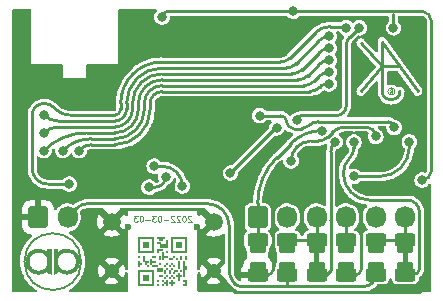
<source format=gbr>
%TF.GenerationSoftware,KiCad,Pcbnew,(6.0.2-0)*%
%TF.CreationDate,2022-03-06T08:12:53+00:00*%
%TF.ProjectId,Glider,476c6964-6572-42e6-9b69-6361645f7063,1*%
%TF.SameCoordinates,Original*%
%TF.FileFunction,Copper,L2,Bot*%
%TF.FilePolarity,Positive*%
%FSLAX46Y46*%
G04 Gerber Fmt 4.6, Leading zero omitted, Abs format (unit mm)*
G04 Created by KiCad (PCBNEW (6.0.2-0)) date 2022-03-06 08:12:53*
%MOMM*%
%LPD*%
G01*
G04 APERTURE LIST*
G04 Aperture macros list*
%AMRoundRect*
0 Rectangle with rounded corners*
0 $1 Rounding radius*
0 $2 $3 $4 $5 $6 $7 $8 $9 X,Y pos of 4 corners*
0 Add a 4 corners polygon primitive as box body*
4,1,4,$2,$3,$4,$5,$6,$7,$8,$9,$2,$3,0*
0 Add four circle primitives for the rounded corners*
1,1,$1+$1,$2,$3*
1,1,$1+$1,$4,$5*
1,1,$1+$1,$6,$7*
1,1,$1+$1,$8,$9*
0 Add four rect primitives between the rounded corners*
20,1,$1+$1,$2,$3,$4,$5,0*
20,1,$1+$1,$4,$5,$6,$7,0*
20,1,$1+$1,$6,$7,$8,$9,0*
20,1,$1+$1,$8,$9,$2,$3,0*%
G04 Aperture macros list end*
%ADD10C,0.100000*%
%TA.AperFunction,NonConductor*%
%ADD11C,0.100000*%
%TD*%
%TA.AperFunction,EtchedComponent*%
%ADD12C,0.375000*%
%TD*%
%TA.AperFunction,EtchedComponent*%
%ADD13C,0.200000*%
%TD*%
%TA.AperFunction,EtchedComponent*%
%ADD14C,0.250000*%
%TD*%
%TA.AperFunction,EtchedComponent*%
%ADD15C,0.080000*%
%TD*%
%TA.AperFunction,ComponentPad*%
%ADD16C,1.500000*%
%TD*%
%TA.AperFunction,ComponentPad*%
%ADD17C,0.600000*%
%TD*%
%TA.AperFunction,ComponentPad*%
%ADD18C,1.250000*%
%TD*%
%TA.AperFunction,ComponentPad*%
%ADD19RoundRect,0.250000X-0.600000X-0.675000X0.600000X-0.675000X0.600000X0.675000X-0.600000X0.675000X0*%
%TD*%
%TA.AperFunction,ComponentPad*%
%ADD20O,1.700000X1.850000*%
%TD*%
%TA.AperFunction,SMDPad,CuDef*%
%ADD21R,0.200000X0.200000*%
%TD*%
%TA.AperFunction,SMDPad,CuDef*%
%ADD22R,0.600000X0.400000*%
%TD*%
%TA.AperFunction,SMDPad,CuDef*%
%ADD23R,0.200000X1.200000*%
%TD*%
%TA.AperFunction,SMDPad,CuDef*%
%ADD24R,1.000000X0.200000*%
%TD*%
%TA.AperFunction,SMDPad,CuDef*%
%ADD25R,0.200000X0.600000*%
%TD*%
%TA.AperFunction,SMDPad,CuDef*%
%ADD26R,0.200000X0.800000*%
%TD*%
%TA.AperFunction,SMDPad,CuDef*%
%ADD27R,0.600000X0.600000*%
%TD*%
%TA.AperFunction,SMDPad,CuDef*%
%ADD28R,1.400000X0.200000*%
%TD*%
%TA.AperFunction,SMDPad,CuDef*%
%ADD29R,0.200000X0.400000*%
%TD*%
%TA.AperFunction,SMDPad,CuDef*%
%ADD30R,0.400000X0.200000*%
%TD*%
%TA.AperFunction,SMDPad,CuDef*%
%ADD31R,0.200000X1.400000*%
%TD*%
%TA.AperFunction,SMDPad,CuDef*%
%ADD32R,0.600000X0.200000*%
%TD*%
%TA.AperFunction,SMDPad,CuDef*%
%ADD33R,0.800000X0.200000*%
%TD*%
%TA.AperFunction,SMDPad,CuDef*%
%ADD34RoundRect,0.256250X-0.443750X0.256250X-0.443750X-0.256250X0.443750X-0.256250X0.443750X0.256250X0*%
%TD*%
%TA.AperFunction,SMDPad,CuDef*%
%ADD35RoundRect,0.247500X-0.627500X0.315000X-0.627500X-0.315000X0.627500X-0.315000X0.627500X0.315000X0*%
%TD*%
%TA.AperFunction,SMDPad,CuDef*%
%ADD36RoundRect,0.247500X0.627500X-0.315000X0.627500X0.315000X-0.627500X0.315000X-0.627500X-0.315000X0*%
%TD*%
%TA.AperFunction,SMDPad,CuDef*%
%ADD37RoundRect,0.256250X0.443750X-0.256250X0.443750X0.256250X-0.443750X0.256250X-0.443750X-0.256250X0*%
%TD*%
%TA.AperFunction,ViaPad*%
%ADD38C,0.800000*%
%TD*%
%TA.AperFunction,Conductor*%
%ADD39C,0.250000*%
%TD*%
G04 APERTURE END LIST*
D10*
%TO.C,U5*%
D11*
X99478571Y-135573809D02*
X99454761Y-135550000D01*
X99407142Y-135526190D01*
X99288095Y-135526190D01*
X99240476Y-135550000D01*
X99216666Y-135573809D01*
X99192857Y-135621428D01*
X99192857Y-135669047D01*
X99216666Y-135740476D01*
X99502380Y-136026190D01*
X99192857Y-136026190D01*
X98883333Y-135526190D02*
X98835714Y-135526190D01*
X98788095Y-135550000D01*
X98764285Y-135573809D01*
X98740476Y-135621428D01*
X98716666Y-135716666D01*
X98716666Y-135835714D01*
X98740476Y-135930952D01*
X98764285Y-135978571D01*
X98788095Y-136002380D01*
X98835714Y-136026190D01*
X98883333Y-136026190D01*
X98930952Y-136002380D01*
X98954761Y-135978571D01*
X98978571Y-135930952D01*
X99002380Y-135835714D01*
X99002380Y-135716666D01*
X98978571Y-135621428D01*
X98954761Y-135573809D01*
X98930952Y-135550000D01*
X98883333Y-135526190D01*
X98526190Y-135573809D02*
X98502380Y-135550000D01*
X98454761Y-135526190D01*
X98335714Y-135526190D01*
X98288095Y-135550000D01*
X98264285Y-135573809D01*
X98240476Y-135621428D01*
X98240476Y-135669047D01*
X98264285Y-135740476D01*
X98550000Y-136026190D01*
X98240476Y-136026190D01*
X98050000Y-135573809D02*
X98026190Y-135550000D01*
X97978571Y-135526190D01*
X97859523Y-135526190D01*
X97811904Y-135550000D01*
X97788095Y-135573809D01*
X97764285Y-135621428D01*
X97764285Y-135669047D01*
X97788095Y-135740476D01*
X98073809Y-136026190D01*
X97764285Y-136026190D01*
X97550000Y-135835714D02*
X97169047Y-135835714D01*
X96835714Y-135526190D02*
X96788095Y-135526190D01*
X96740476Y-135550000D01*
X96716666Y-135573809D01*
X96692857Y-135621428D01*
X96669047Y-135716666D01*
X96669047Y-135835714D01*
X96692857Y-135930952D01*
X96716666Y-135978571D01*
X96740476Y-136002380D01*
X96788095Y-136026190D01*
X96835714Y-136026190D01*
X96883333Y-136002380D01*
X96907142Y-135978571D01*
X96930952Y-135930952D01*
X96954761Y-135835714D01*
X96954761Y-135716666D01*
X96930952Y-135621428D01*
X96907142Y-135573809D01*
X96883333Y-135550000D01*
X96835714Y-135526190D01*
X96502380Y-135526190D02*
X96192857Y-135526190D01*
X96359523Y-135716666D01*
X96288095Y-135716666D01*
X96240476Y-135740476D01*
X96216666Y-135764285D01*
X96192857Y-135811904D01*
X96192857Y-135930952D01*
X96216666Y-135978571D01*
X96240476Y-136002380D01*
X96288095Y-136026190D01*
X96430952Y-136026190D01*
X96478571Y-136002380D01*
X96502380Y-135978571D01*
X95978571Y-135835714D02*
X95597619Y-135835714D01*
X95264285Y-135526190D02*
X95216666Y-135526190D01*
X95169047Y-135550000D01*
X95145238Y-135573809D01*
X95121428Y-135621428D01*
X95097619Y-135716666D01*
X95097619Y-135835714D01*
X95121428Y-135930952D01*
X95145238Y-135978571D01*
X95169047Y-136002380D01*
X95216666Y-136026190D01*
X95264285Y-136026190D01*
X95311904Y-136002380D01*
X95335714Y-135978571D01*
X95359523Y-135930952D01*
X95383333Y-135835714D01*
X95383333Y-135716666D01*
X95359523Y-135621428D01*
X95335714Y-135573809D01*
X95311904Y-135550000D01*
X95264285Y-135526190D01*
X94930952Y-135526190D02*
X94621428Y-135526190D01*
X94788095Y-135716666D01*
X94716666Y-135716666D01*
X94669047Y-135740476D01*
X94645238Y-135764285D01*
X94621428Y-135811904D01*
X94621428Y-135930952D01*
X94645238Y-135978571D01*
X94669047Y-136002380D01*
X94716666Y-136026190D01*
X94859523Y-136026190D01*
X94907142Y-136002380D01*
X94930952Y-135978571D01*
D12*
%TO.C,Logo1*%
X87487500Y-139400000D02*
G75*
G03*
X87487500Y-139400000I-937500J0D01*
G01*
X89887500Y-139400000D02*
G75*
G03*
X89887500Y-139400000I-937500J0D01*
G01*
D13*
X90150000Y-139400000D02*
G75*
G03*
X90150000Y-139400000I-2400000J0D01*
G01*
G36*
X87675000Y-140500000D02*
G01*
X87300000Y-140325000D01*
X87300000Y-138300000D01*
X87675000Y-138300000D01*
X87675000Y-140500000D01*
G37*
G36*
X88200000Y-140325000D02*
G01*
X87825000Y-140500000D01*
X87825000Y-138300000D01*
X88200000Y-138300000D01*
X88200000Y-140325000D01*
G37*
%TO.C,JP6*%
G36*
X110300000Y-139550000D02*
G01*
X109900000Y-139550000D01*
X109900000Y-138550000D01*
X110300000Y-138550000D01*
X110300000Y-139550000D01*
G37*
D14*
%TO.C,Logo2*%
X115650000Y-120775000D02*
X118650000Y-124975000D01*
X115650000Y-122875000D02*
X117150000Y-122875000D01*
D15*
X116500000Y-124985000D02*
X116400000Y-124985000D01*
X116500000Y-124825000D02*
X116500000Y-125125000D01*
X116500000Y-124825000D02*
X116400000Y-124825000D01*
D14*
X115650000Y-120775000D02*
X115650000Y-124975000D01*
D15*
X116400000Y-124985000D02*
X116300000Y-125125000D01*
D14*
X113850000Y-120875000D02*
X115650000Y-122875000D01*
X115650000Y-122875000D02*
X113850000Y-124975000D01*
D15*
X116400000Y-124825000D02*
G75*
G03*
X116400000Y-124985000I0J-80000D01*
G01*
D14*
X115650000Y-124975000D02*
G75*
G03*
X117150000Y-124975000I750000J0D01*
G01*
D15*
X116720000Y-124985000D02*
G75*
G03*
X116720000Y-124985000I-300000J0D01*
G01*
%TO.C,JP5*%
G36*
X117800000Y-139550000D02*
G01*
X117400000Y-139550000D01*
X117400000Y-138550000D01*
X117800000Y-138550000D01*
X117800000Y-139550000D01*
G37*
%TD*%
D16*
%TO.P,J3,S1,SHIELD*%
%TO.N,GND*%
X101370000Y-136020000D03*
X92730000Y-136020000D03*
D17*
X99940000Y-136510000D03*
D18*
X101370000Y-140190000D03*
X92730000Y-140190000D03*
D17*
X94160000Y-136510000D03*
%TD*%
D19*
%TO.P,J2,1,Pin_1*%
%TO.N,IO1*%
X105100000Y-135650000D03*
D20*
%TO.P,J2,2,Pin_2*%
%TO.N,IO2*%
X107600000Y-135650000D03*
%TO.P,J2,3,Pin_3*%
%TO.N,Net-(J2-Pad3)*%
X110100000Y-135650000D03*
%TO.P,J2,4,Pin_4*%
%TO.N,IO4*%
X112600000Y-135650000D03*
%TO.P,J2,5,Pin_5*%
%TO.N,IO5*%
X115100000Y-135650000D03*
%TO.P,J2,6,Pin_6*%
%TO.N,Net-(J2-Pad6)*%
X117600000Y-135650000D03*
%TD*%
D19*
%TO.P,J1,1,Pin_1*%
%TO.N,GND*%
X86500000Y-135650000D03*
D20*
%TO.P,J1,2,Pin_2*%
%TO.N,DC*%
X89000000Y-135650000D03*
%TD*%
D21*
%TO.P,U5,*%
%TO.N,*%
X97050000Y-141000000D03*
D22*
X96850000Y-140100000D03*
D23*
X95050000Y-140900000D03*
D24*
X95650000Y-138600000D03*
D23*
X96250000Y-138100000D03*
D25*
X95050000Y-139600000D03*
D21*
X97450000Y-138600000D03*
X95650000Y-139600000D03*
X98050000Y-139800000D03*
D26*
X97450000Y-137900000D03*
D27*
X98450000Y-138000000D03*
D28*
X95650000Y-137400000D03*
D29*
X99050000Y-141300000D03*
D24*
X98450000Y-138600000D03*
D21*
X97650000Y-139800000D03*
D30*
X98150000Y-140200000D03*
D28*
X95650000Y-140200000D03*
D30*
X96950000Y-137600000D03*
D29*
X99050000Y-139900000D03*
D27*
X95650000Y-138000000D03*
D23*
X97850000Y-138100000D03*
D21*
X95050000Y-139000000D03*
X96650000Y-141000000D03*
X98250000Y-140600000D03*
D26*
X97050000Y-138900000D03*
D21*
X97850000Y-139600000D03*
X95250000Y-139600000D03*
D24*
X95650000Y-141400000D03*
D29*
X97250000Y-140300000D03*
D21*
X95850000Y-139800000D03*
D26*
X98450000Y-139700000D03*
D31*
X98850000Y-140000000D03*
D21*
X97650000Y-140800000D03*
X98050000Y-141200000D03*
D30*
X96350000Y-139000000D03*
D21*
X98050000Y-140800000D03*
D25*
X97450000Y-141200000D03*
D23*
X95050000Y-138100000D03*
X96250000Y-140900000D03*
D22*
X97050000Y-138100000D03*
D30*
X95750000Y-139400000D03*
D27*
X95650000Y-140800000D03*
D30*
X97750000Y-139200000D03*
D21*
X97250000Y-141200000D03*
D26*
X98450000Y-140700000D03*
D32*
X96850000Y-138400000D03*
D21*
X97450000Y-140600000D03*
D25*
X97850000Y-141200000D03*
X95450000Y-139200000D03*
D33*
X96950000Y-137400000D03*
D21*
X97850000Y-140000000D03*
X98850000Y-141400000D03*
D25*
X96050000Y-139400000D03*
D30*
X96950000Y-140600000D03*
D21*
X97250000Y-140800000D03*
X97450000Y-139600000D03*
D29*
X97650000Y-140300000D03*
D21*
X96850000Y-139600000D03*
X97850000Y-140600000D03*
X97050000Y-141400000D03*
D32*
X96450000Y-139800000D03*
D29*
X96850000Y-139100000D03*
D23*
X99050000Y-138100000D03*
D30*
X98950000Y-141000000D03*
D21*
X98050000Y-139000000D03*
X97250000Y-139800000D03*
D29*
X98650000Y-139100000D03*
X99050000Y-139100000D03*
D21*
X96650000Y-138600000D03*
X98050000Y-140400000D03*
X97650000Y-141200000D03*
X97450000Y-140000000D03*
D30*
X97350000Y-139000000D03*
X96750000Y-137800000D03*
D21*
X96650000Y-141400000D03*
D28*
X98450000Y-137400000D03*
D21*
X98250000Y-139200000D03*
X98650000Y-140200000D03*
X98650000Y-140600000D03*
D30*
X96350000Y-139400000D03*
%TD*%
D34*
%TO.P,JP6,1,A*%
%TO.N,Net-(J2-Pad3)*%
X110100000Y-138137500D03*
D35*
X110100000Y-137587500D03*
%TO.P,JP6,2,B*%
%TO.N,IO3*%
X110100000Y-140512500D03*
D34*
X110100000Y-139962500D03*
%TD*%
D36*
%TO.P,JP4,1,A*%
%TO.N,GND*%
X105100000Y-140512500D03*
D37*
X105100000Y-139962500D03*
D36*
%TO.P,JP4,2,B*%
%TO.N,IO1*%
X105100000Y-137587500D03*
D37*
X105100000Y-138137500D03*
%TD*%
D36*
%TO.P,JP3,1,A*%
%TO.N,DC*%
X107600000Y-140512500D03*
D37*
X107600000Y-139962500D03*
%TO.P,JP3,2,B*%
%TO.N,Net-(J2-Pad3)*%
X107600000Y-138137500D03*
D36*
X107600000Y-137587500D03*
%TD*%
D37*
%TO.P,JP2,1,A*%
%TO.N,GND*%
X112600000Y-139962500D03*
D36*
X112600000Y-140512500D03*
D37*
%TO.P,JP2,2,B*%
%TO.N,IO4*%
X112600000Y-138137500D03*
D36*
X112600000Y-137587500D03*
%TD*%
%TO.P,JP1,1,A*%
%TO.N,DC*%
X115100000Y-140512500D03*
D37*
X115100000Y-139962500D03*
%TO.P,JP1,2,B*%
%TO.N,Net-(J2-Pad6)*%
X115100000Y-138137500D03*
D36*
X115100000Y-137587500D03*
%TD*%
D34*
%TO.P,JP5,1,A*%
%TO.N,Net-(J2-Pad6)*%
X117600000Y-138137500D03*
D35*
X117600000Y-137587500D03*
D34*
%TO.P,JP5,2,B*%
%TO.N,IO6*%
X117600000Y-139962500D03*
D35*
X117600000Y-140512500D03*
%TD*%
D38*
%TO.N,D+*%
X98725500Y-133002078D03*
X96337057Y-131321497D03*
%TO.N,GND*%
X85000000Y-119300000D03*
X113858486Y-136541514D03*
X102600000Y-127800000D03*
X97000000Y-126000000D03*
X118294250Y-119467520D03*
X108700000Y-131900000D03*
X95900000Y-118400000D03*
%TO.N,D-*%
X97313184Y-132200000D03*
X95899639Y-133100055D03*
%TO.N,+3V3*%
X97000000Y-118700000D03*
X102800000Y-131900000D03*
X106700000Y-128100000D03*
X119018750Y-132500500D03*
X108100000Y-118200000D03*
X116600000Y-119600000D03*
%TO.N,O*%
X105270000Y-127040000D03*
X116659368Y-128038546D03*
%TO.N,I*%
X115100000Y-128800000D03*
X107924500Y-130875516D03*
%TO.N,BAT*%
X112600000Y-119600000D03*
X89147056Y-132840597D03*
%TO.N,EN*%
X113700000Y-119600000D03*
X108443453Y-127418416D03*
%TO.N,R*%
X117936884Y-129255879D03*
X113255618Y-132174216D03*
%TO.N,TICK*%
X90000000Y-130000000D03*
X111150000Y-124350000D03*
%TO.N,GPSTX*%
X111172934Y-121351909D03*
X87000000Y-128500000D03*
%TO.N,GPSRX*%
X87000000Y-130000000D03*
X111152344Y-122351200D03*
%TO.N,GPSON*%
X111165435Y-123350617D03*
X88600000Y-130000000D03*
%TO.N,GPSRST*%
X87000000Y-127000000D03*
X111152762Y-120332794D03*
%TO.N,IO6*%
X113247203Y-129281555D03*
%TO.N,IO3*%
X111652725Y-129252725D03*
%TO.N,IO1*%
X110556252Y-128300000D03*
%TD*%
D39*
%TO.N,D+*%
X96337057Y-131321497D02*
X97044919Y-131321497D01*
X98725500Y-133002078D02*
G75*
G03*
X97044919Y-131321497I-1680582J-1D01*
G01*
%TO.N,GND*%
X105100000Y-140512500D02*
X105988460Y-140512500D01*
X113858486Y-140058486D02*
X113858486Y-136541514D01*
X106400480Y-138400480D02*
X106400480Y-140100480D01*
X106400480Y-138400480D02*
X106400480Y-135300480D01*
X100500000Y-136890000D02*
X100500000Y-139320000D01*
X100500000Y-139320000D02*
X101370000Y-140190000D01*
X119300000Y-120473270D02*
X119300000Y-127668079D01*
X100274980Y-134924980D02*
X101370000Y-136020000D01*
X112600000Y-140512500D02*
X113404472Y-140512500D01*
X118100000Y-131800000D02*
X118100000Y-133200000D01*
X119000000Y-127968079D02*
X119000000Y-130900000D01*
X119600000Y-134700000D02*
X119600000Y-141200000D01*
X103180000Y-142000000D02*
X101370000Y-140190000D01*
X93825020Y-134924980D02*
X100274980Y-134924980D01*
X92730000Y-136020000D02*
X93825020Y-134924980D01*
X118100000Y-133200000D02*
X119600000Y-134700000D01*
X101370000Y-136020000D02*
X100500000Y-136890000D01*
X119600000Y-141200000D02*
X118800000Y-142000000D01*
X118800000Y-142000000D02*
X103180000Y-142000000D01*
X107178976Y-133421023D02*
X108700000Y-131900000D01*
X118450000Y-131450000D02*
G75*
G03*
X119000000Y-130900000I1J549999D01*
G01*
X119000000Y-127968079D02*
G75*
G03*
X119300000Y-127668079I0J300000D01*
G01*
X107178976Y-133421023D02*
G75*
G03*
X106400480Y-135300480I1879463J-1879459D01*
G01*
X106400480Y-140100480D02*
G75*
G02*
X105988460Y-140512500I-412020J0D01*
G01*
X113858486Y-140058486D02*
G75*
G02*
X113404472Y-140512500I-454015J1D01*
G01*
X118100000Y-131800000D02*
G75*
G02*
X118450000Y-131450000I350001J-1D01*
G01*
X119300000Y-120473270D02*
G75*
G03*
X118294250Y-119467520I-1005749J1D01*
G01*
%TO.N,D-*%
X96413129Y-133100055D02*
X95899639Y-133100055D01*
X96413129Y-133100055D02*
G75*
G03*
X97313184Y-132200000I0J900055D01*
G01*
%TO.N,+3V3*%
X97500000Y-118200000D02*
X119000000Y-118200000D01*
X106700000Y-128100000D02*
X106600000Y-128100000D01*
X116600000Y-119600000D02*
X116600000Y-118400000D01*
X106600000Y-128100000D02*
X102800000Y-131900000D01*
X119800000Y-119000000D02*
X119800000Y-131719250D01*
X119018750Y-132500500D02*
G75*
G03*
X119800000Y-131719250I-1J781251D01*
G01*
X119800000Y-119000000D02*
G75*
G03*
X119000000Y-118200000I-800001J-1D01*
G01*
X97500000Y-118200000D02*
G75*
G03*
X97000000Y-118700000I1J-500001D01*
G01*
%TO.N,O*%
X110248202Y-127548663D02*
X116169485Y-127548663D01*
X108143355Y-128142917D02*
X108813547Y-128142917D01*
X105270000Y-127040000D02*
X107040438Y-127040000D01*
X116659368Y-128038546D02*
G75*
G03*
X116169485Y-127548663I-489882J1D01*
G01*
X108143355Y-128142917D02*
G75*
G02*
X107550219Y-127549781I2J593138D01*
G01*
X109400000Y-127900000D02*
G75*
G02*
X108813547Y-128142917I-586453J586452D01*
G01*
X110248202Y-127548663D02*
G75*
G03*
X109400000Y-127900000I2J-1199542D01*
G01*
X107550219Y-127549781D02*
G75*
G03*
X107040438Y-127040000I-509780J1D01*
G01*
%TO.N,I*%
X109600000Y-129200000D02*
X110172338Y-129200000D01*
X112499572Y-128000000D02*
X113720482Y-128000000D01*
X111040426Y-128840426D02*
X111443349Y-128437502D01*
X107924500Y-130875516D02*
X107924500Y-130875500D01*
X114300000Y-128000000D02*
X113720482Y-128000000D01*
X109600000Y-129200000D02*
G75*
G03*
X107924500Y-130875500I1J-1675501D01*
G01*
X111040426Y-128840426D02*
G75*
G02*
X110172338Y-129200000I-868091J868095D01*
G01*
X112499572Y-128000001D02*
G75*
G03*
X111443350Y-128437503I1J-1493727D01*
G01*
X114300000Y-128000000D02*
G75*
G02*
X115100000Y-128800000I-1J-800001D01*
G01*
%TO.N,BAT*%
X93500000Y-126000000D02*
X93500000Y-126500000D01*
X110000000Y-120000000D02*
X107853554Y-122146446D01*
X93000000Y-127000000D02*
X89207106Y-127000000D01*
X88000000Y-126500000D02*
X87853554Y-126353554D01*
X87340597Y-132840597D02*
X89147056Y-132840597D01*
X107000000Y-122500000D02*
X97000000Y-122500000D01*
X112500000Y-119500000D02*
X111207106Y-119500000D01*
X86000000Y-127000000D02*
X86000000Y-131500000D01*
X112600000Y-119600000D02*
X112500000Y-119500000D01*
X87000000Y-126000001D02*
G75*
G02*
X87853553Y-126353555I3J-1207099D01*
G01*
X88000000Y-126500000D02*
G75*
G03*
X89207106Y-127000000I1207107J1207108D01*
G01*
X110000000Y-120000000D02*
G75*
G02*
X111207106Y-119500000I1207107J-1207108D01*
G01*
X107000000Y-122500000D02*
G75*
G03*
X107853554Y-122146446I-2J1207111D01*
G01*
X86000000Y-127000000D02*
G75*
G02*
X87000000Y-126000000I999999J1D01*
G01*
X93500000Y-126000000D02*
G75*
G02*
X97000000Y-122500000I3499999J1D01*
G01*
X87340597Y-132840597D02*
G75*
G02*
X86000000Y-131500000I1J1340598D01*
G01*
X93000000Y-127000000D02*
G75*
G03*
X93500000Y-126500000I-1J500001D01*
G01*
%TO.N,EN*%
X113700000Y-119600000D02*
X112882843Y-120417157D01*
X112600000Y-121100000D02*
X112600000Y-126200000D01*
X111775500Y-127024500D02*
X108837369Y-127024500D01*
X111775500Y-127024500D02*
G75*
G03*
X112600000Y-126200000I2J824498D01*
G01*
X112600001Y-121100000D02*
G75*
G02*
X112882844Y-120417158I965690J-2D01*
G01*
X108443453Y-127418416D02*
G75*
G02*
X108837369Y-127024500I393915J1D01*
G01*
%TO.N,DC*%
X89000000Y-135650000D02*
X89750735Y-134899265D01*
X102810137Y-140808211D02*
X102914945Y-140989743D01*
X102914945Y-140989743D02*
X103049683Y-141150317D01*
X102702045Y-140404807D02*
X102738445Y-140611238D01*
X103588762Y-141461555D02*
X103795193Y-141497955D01*
X103900000Y-141500000D02*
X107800000Y-141500000D01*
X102700000Y-140300000D02*
X102702045Y-140404807D01*
X103049683Y-141150317D02*
X103210257Y-141285055D01*
X102738445Y-140611238D02*
X102810137Y-140808211D01*
X90775000Y-134475000D02*
X100794555Y-134475000D01*
X107600000Y-140512500D02*
X107600000Y-141300000D01*
X102698104Y-136378549D02*
X102700000Y-136500000D01*
X102700000Y-136500000D02*
X102700000Y-140300000D01*
X103391789Y-141389863D02*
X103588762Y-141461555D01*
X114112500Y-141500000D02*
X107800000Y-141500000D01*
X103210257Y-141285055D02*
X103391789Y-141389863D01*
X103795193Y-141497955D02*
X103900000Y-141500000D01*
X90775000Y-134475001D02*
G75*
G03*
X89750736Y-134899266I-1J-1448525D01*
G01*
X114112500Y-141500000D02*
G75*
G03*
X115100000Y-140512500I0J987500D01*
G01*
X102698104Y-136378549D02*
G75*
G03*
X100794555Y-134475000I-1903550J-1D01*
G01*
X107800000Y-141500000D02*
G75*
G02*
X107600000Y-141300000I1J200001D01*
G01*
%TO.N,R*%
X115483032Y-132174216D02*
X113255618Y-132174216D01*
X117936884Y-129255879D02*
X117936884Y-129720364D01*
X115483032Y-132174216D02*
G75*
G03*
X117936884Y-129720364I-1J2453853D01*
G01*
%TO.N,TICK*%
X109500000Y-125000000D02*
X97000000Y-125000000D01*
X110500000Y-124500000D02*
X110353554Y-124646446D01*
X90146446Y-129853554D02*
X90000000Y-130000000D01*
X96000000Y-126000000D02*
X96000000Y-126500000D01*
X111150000Y-124350000D02*
X110862132Y-124350000D01*
X93000000Y-129500000D02*
X91000000Y-129500000D01*
X93000000Y-129500000D02*
G75*
G03*
X96000000Y-126500000I-1J3000001D01*
G01*
X109500000Y-125000000D02*
G75*
G03*
X110353554Y-124646446I-2J1207111D01*
G01*
X96000000Y-126000000D02*
G75*
G02*
X97000000Y-125000000I999999J1D01*
G01*
X90146446Y-129853554D02*
G75*
G02*
X91000000Y-129500000I853556J-853557D01*
G01*
X110500000Y-124500000D02*
G75*
G02*
X110862132Y-124350000I362134J-362137D01*
G01*
%TO.N,GPSTX*%
X94500000Y-126000000D02*
X94500000Y-126500000D01*
X108000000Y-123500000D02*
X97000000Y-123500000D01*
X110276971Y-121723029D02*
X108853554Y-123146446D01*
X93000000Y-128000000D02*
X88207106Y-128000000D01*
X108000000Y-123500000D02*
G75*
G03*
X108853554Y-123146446I-2J1207111D01*
G01*
X110276971Y-121723029D02*
G75*
G02*
X111172934Y-121351909I895963J-895962D01*
G01*
X94500000Y-126500000D02*
G75*
G02*
X93000000Y-128000000I-1500001J1D01*
G01*
X87000000Y-128500000D02*
G75*
G02*
X88207106Y-128000000I1207107J-1207108D01*
G01*
X94500000Y-126000000D02*
G75*
G02*
X97000000Y-123500000I2500000J0D01*
G01*
%TO.N,GPSRX*%
X109353554Y-123646446D02*
X110292740Y-122707259D01*
X93000000Y-128500000D02*
X90621320Y-128500000D01*
X95000000Y-126000000D02*
X95000000Y-126500000D01*
X108500000Y-124000000D02*
X97000000Y-124000000D01*
X108500000Y-124000000D02*
G75*
G03*
X109353554Y-123646446I-2J1207111D01*
G01*
X110292740Y-122707259D02*
G75*
G02*
X111152344Y-122351200I859606J-859610D01*
G01*
X95000000Y-126000000D02*
G75*
G02*
X97000000Y-124000000I1999999J1D01*
G01*
X95000000Y-126500000D02*
G75*
G02*
X93000000Y-128500000I-1999999J-1D01*
G01*
X87000000Y-130000000D02*
G75*
G02*
X90621320Y-128500000I3621319J-3621317D01*
G01*
%TO.N,GPSON*%
X110284479Y-123715521D02*
X109853554Y-124146446D01*
X95500000Y-126000000D02*
X95500000Y-126500000D01*
X93000000Y-129000000D02*
X91014213Y-129000000D01*
X109000000Y-124500000D02*
X97000000Y-124500000D01*
X109000000Y-124500000D02*
G75*
G03*
X109853554Y-124146446I-2J1207111D01*
G01*
X95500000Y-126000000D02*
G75*
G02*
X97000000Y-124500000I1500001J-1D01*
G01*
X95500000Y-126500000D02*
G75*
G02*
X93000000Y-129000000I-2500000J0D01*
G01*
X88600000Y-130000000D02*
G75*
G02*
X91014213Y-129000000I2414212J-2414209D01*
G01*
X110284479Y-123715521D02*
G75*
G02*
X111165435Y-123350617I880954J-880950D01*
G01*
%TO.N,GPSRST*%
X93000000Y-127500000D02*
X88207106Y-127500000D01*
X107500000Y-123000000D02*
X97000000Y-123000000D01*
X94000000Y-126000000D02*
X94000000Y-126500000D01*
X110323866Y-120676134D02*
X108353554Y-122646446D01*
X107500000Y-123000000D02*
G75*
G03*
X108353554Y-122646446I-2J1207111D01*
G01*
X110323866Y-120676134D02*
G75*
G02*
X111152762Y-120332794I828896J-828895D01*
G01*
X87000000Y-127000000D02*
G75*
G03*
X88207106Y-127500000I1207107J1207108D01*
G01*
X94000000Y-126000000D02*
G75*
G02*
X97000000Y-123000000I3000001J-1D01*
G01*
X93000000Y-127500000D02*
G75*
G03*
X94000000Y-126500000I1J999999D01*
G01*
%TO.N,IO6*%
X113247203Y-129281555D02*
X113247203Y-129782291D01*
X118799520Y-135200480D02*
X118799520Y-138799520D01*
X118287500Y-140512500D02*
X117600000Y-140512500D01*
X114600000Y-134200000D02*
X117799040Y-134200000D01*
X118800000Y-138800000D02*
X118800000Y-140000000D01*
X114600000Y-134200000D02*
G75*
G02*
X112349511Y-131949511I0J2250489D01*
G01*
X118800000Y-138800000D02*
G75*
G03*
X118799520Y-138799520I-481J-1D01*
G01*
X118799520Y-135200480D02*
G75*
G03*
X117799040Y-134200000I-1000481J-1D01*
G01*
X112349511Y-131949511D02*
G75*
G02*
X112914505Y-130585495I1929004J2D01*
G01*
X118287500Y-140512500D02*
G75*
G03*
X118800000Y-140000000I-1J512501D01*
G01*
X112914505Y-130585495D02*
G75*
G03*
X113247203Y-129782291I-803210J803207D01*
G01*
%TO.N,IO4*%
X112600000Y-135650000D02*
X112600000Y-137587500D01*
%TO.N,IO3*%
X111299520Y-140100480D02*
X111299520Y-135900480D01*
X110100000Y-140512500D02*
X110887500Y-140512500D01*
X111300000Y-135899322D02*
X111300000Y-130104278D01*
X110887500Y-140512500D02*
X111299520Y-140100480D01*
X111652725Y-129252725D02*
G75*
G03*
X111300000Y-130104278I851551J-851552D01*
G01*
X111300000Y-135899322D02*
G75*
G02*
X111299520Y-135900480I-1639J1D01*
G01*
%TO.N,IO1*%
X105100000Y-134462741D02*
X105100000Y-135650000D01*
X105100000Y-135650000D02*
X105100000Y-137587500D01*
X107899563Y-129400436D02*
X106700000Y-130600000D01*
X107899563Y-129400436D02*
G75*
G02*
X110556252Y-128300000I2656690J-2656694D01*
G01*
X105100001Y-134462741D02*
G75*
G02*
X106700001Y-130600001I5462742J-1D01*
G01*
%TO.N,Net-(J2-Pad3)*%
X107600000Y-137587500D02*
X110100000Y-137587500D01*
X110100000Y-135650000D02*
X110100000Y-138137500D01*
%TO.N,Net-(J2-Pad6)*%
X117600000Y-135650000D02*
X117600000Y-137587500D01*
X115100000Y-137587500D02*
X117600000Y-137587500D01*
%TD*%
%TA.AperFunction,Conductor*%
%TO.N,GND*%
G36*
X85892121Y-118024002D02*
G01*
X85938614Y-118077658D01*
X85950000Y-118130000D01*
X85950000Y-122650000D01*
X88474000Y-122650000D01*
X88542121Y-122670002D01*
X88588614Y-122723658D01*
X88600000Y-122776000D01*
X88600000Y-123850000D01*
X90600000Y-123850000D01*
X90600000Y-122776000D01*
X90620002Y-122707879D01*
X90673658Y-122661386D01*
X90726000Y-122650000D01*
X93250000Y-122650000D01*
X93250000Y-118130000D01*
X93270002Y-118061879D01*
X93323658Y-118015386D01*
X93376000Y-118004000D01*
X96466056Y-118004000D01*
X96534177Y-118024002D01*
X96580670Y-118077658D01*
X96590774Y-118147932D01*
X96561280Y-118212512D01*
X96548886Y-118224948D01*
X96515766Y-118253841D01*
X96515762Y-118253846D01*
X96510039Y-118258838D01*
X96418950Y-118388444D01*
X96361406Y-118536037D01*
X96360414Y-118543570D01*
X96360414Y-118543571D01*
X96345987Y-118653158D01*
X96340729Y-118693096D01*
X96358113Y-118850553D01*
X96360723Y-118857684D01*
X96360723Y-118857686D01*
X96407505Y-118985524D01*
X96412553Y-118999319D01*
X96416789Y-119005622D01*
X96416789Y-119005623D01*
X96492547Y-119118362D01*
X96500908Y-119130805D01*
X96506527Y-119135918D01*
X96506528Y-119135919D01*
X96542905Y-119169019D01*
X96618076Y-119237419D01*
X96757293Y-119313008D01*
X96910522Y-119353207D01*
X96994477Y-119354526D01*
X97061319Y-119355576D01*
X97061322Y-119355576D01*
X97068916Y-119355695D01*
X97223332Y-119320329D01*
X97299088Y-119282228D01*
X97358072Y-119252563D01*
X97358075Y-119252561D01*
X97364855Y-119249151D01*
X97370626Y-119244222D01*
X97370629Y-119244220D01*
X97479536Y-119151204D01*
X97479536Y-119151203D01*
X97485314Y-119146269D01*
X97577755Y-119017624D01*
X97636842Y-118870641D01*
X97650227Y-118776589D01*
X97658581Y-118717891D01*
X97658581Y-118717888D01*
X97659162Y-118713807D01*
X97659263Y-118704179D01*
X97679978Y-118636271D01*
X97734119Y-118590344D01*
X97785256Y-118579500D01*
X107500141Y-118579500D01*
X107568262Y-118599502D01*
X107595522Y-118623169D01*
X107596672Y-118624501D01*
X107600908Y-118630805D01*
X107606525Y-118635916D01*
X107692127Y-118713807D01*
X107718076Y-118737419D01*
X107857293Y-118813008D01*
X108010522Y-118853207D01*
X108094477Y-118854526D01*
X108161319Y-118855576D01*
X108161322Y-118855576D01*
X108168916Y-118855695D01*
X108323332Y-118820329D01*
X108410300Y-118776589D01*
X108458072Y-118752563D01*
X108458075Y-118752561D01*
X108464855Y-118749151D01*
X108470626Y-118744222D01*
X108470629Y-118744220D01*
X108579542Y-118651199D01*
X108579543Y-118651198D01*
X108585314Y-118646269D01*
X108595586Y-118631974D01*
X108651581Y-118588326D01*
X108697909Y-118579500D01*
X116094500Y-118579500D01*
X116162621Y-118599502D01*
X116209114Y-118653158D01*
X116220500Y-118705500D01*
X116220500Y-119005187D01*
X116200498Y-119073308D01*
X116177330Y-119100135D01*
X116110039Y-119158838D01*
X116018950Y-119288444D01*
X115961406Y-119436037D01*
X115960414Y-119443570D01*
X115960414Y-119443571D01*
X115943043Y-119575521D01*
X115940729Y-119593096D01*
X115949421Y-119671825D01*
X115956543Y-119736329D01*
X115958113Y-119750553D01*
X116012553Y-119899319D01*
X116100908Y-120030805D01*
X116106527Y-120035918D01*
X116106528Y-120035919D01*
X116122045Y-120050038D01*
X116218076Y-120137419D01*
X116357293Y-120213008D01*
X116510522Y-120253207D01*
X116594477Y-120254526D01*
X116661319Y-120255576D01*
X116661322Y-120255576D01*
X116668916Y-120255695D01*
X116823332Y-120220329D01*
X116926533Y-120168425D01*
X116958072Y-120152563D01*
X116958075Y-120152561D01*
X116964855Y-120149151D01*
X116970626Y-120144222D01*
X116970629Y-120144220D01*
X117079536Y-120051204D01*
X117079536Y-120051203D01*
X117085314Y-120046269D01*
X117177755Y-119917624D01*
X117236842Y-119770641D01*
X117259162Y-119613807D01*
X117259307Y-119600000D01*
X117240276Y-119442733D01*
X117184280Y-119294546D01*
X117094553Y-119163992D01*
X117021681Y-119099065D01*
X116984126Y-119038816D01*
X116979500Y-119004989D01*
X116979500Y-118705500D01*
X116999502Y-118637379D01*
X117053158Y-118590886D01*
X117105500Y-118579500D01*
X118960212Y-118579500D01*
X118979923Y-118581051D01*
X118990206Y-118582680D01*
X118990207Y-118582680D01*
X119000000Y-118584231D01*
X119009796Y-118582679D01*
X119015888Y-118582679D01*
X119032337Y-118583757D01*
X119053371Y-118586526D01*
X119092386Y-118591663D01*
X119124156Y-118600176D01*
X119194924Y-118629489D01*
X119223411Y-118645936D01*
X119284178Y-118692565D01*
X119307435Y-118715822D01*
X119354064Y-118776589D01*
X119370511Y-118805076D01*
X119399824Y-118875844D01*
X119408337Y-118907614D01*
X119416243Y-118967660D01*
X119417321Y-118984112D01*
X119417321Y-118990204D01*
X119415769Y-119000000D01*
X119417320Y-119009793D01*
X119417320Y-119009794D01*
X119418949Y-119020077D01*
X119420500Y-119039788D01*
X119420500Y-131679462D01*
X119418949Y-131699172D01*
X119415769Y-131719250D01*
X119417321Y-131729046D01*
X119417321Y-131735138D01*
X119416243Y-131751588D01*
X119412510Y-131779943D01*
X119383788Y-131844870D01*
X119324522Y-131883962D01*
X119255073Y-131884789D01*
X119255024Y-131884984D01*
X119254284Y-131884798D01*
X119250956Y-131883962D01*
X119108752Y-131848243D01*
X119101383Y-131846392D01*
X119093784Y-131846352D01*
X119093783Y-131846352D01*
X119027931Y-131846007D01*
X118942971Y-131845562D01*
X118935591Y-131847334D01*
X118935589Y-131847334D01*
X118796313Y-131880771D01*
X118796310Y-131880772D01*
X118788934Y-131882543D01*
X118648164Y-131955200D01*
X118528789Y-132059338D01*
X118437700Y-132188944D01*
X118422225Y-132228636D01*
X118384261Y-132326009D01*
X118380156Y-132336537D01*
X118379164Y-132344070D01*
X118379164Y-132344071D01*
X118360915Y-132482689D01*
X118359479Y-132493596D01*
X118367701Y-132568065D01*
X118374064Y-132625697D01*
X118376863Y-132651053D01*
X118379473Y-132658184D01*
X118379473Y-132658186D01*
X118427161Y-132788499D01*
X118431303Y-132799819D01*
X118435539Y-132806122D01*
X118435539Y-132806123D01*
X118500360Y-132902586D01*
X118519658Y-132931305D01*
X118525277Y-132936418D01*
X118525278Y-132936419D01*
X118592922Y-132997970D01*
X118636826Y-133037919D01*
X118776043Y-133113508D01*
X118929272Y-133153707D01*
X119013227Y-133155026D01*
X119080069Y-133156076D01*
X119080072Y-133156076D01*
X119087666Y-133156195D01*
X119242082Y-133120829D01*
X119342702Y-133070223D01*
X119376822Y-133053063D01*
X119376825Y-133053061D01*
X119383605Y-133049651D01*
X119389376Y-133044722D01*
X119389379Y-133044720D01*
X119498286Y-132951704D01*
X119498286Y-132951703D01*
X119504064Y-132946769D01*
X119562274Y-132865762D01*
X119567678Y-132858241D01*
X119623672Y-132814593D01*
X119694376Y-132808147D01*
X119757340Y-132840950D01*
X119792574Y-132902586D01*
X119796000Y-132931767D01*
X119796000Y-141870000D01*
X119775998Y-141938121D01*
X119722342Y-141984614D01*
X119670000Y-141996000D01*
X114736602Y-141996000D01*
X114668481Y-141975998D01*
X114621988Y-141922342D01*
X114611884Y-141852068D01*
X114641378Y-141787488D01*
X114688384Y-141753591D01*
X114730450Y-141736167D01*
X114730454Y-141736165D01*
X114735024Y-141734272D01*
X114918487Y-141621846D01*
X114922247Y-141618634D01*
X114922252Y-141618631D01*
X115078342Y-141485317D01*
X115082104Y-141482104D01*
X115174717Y-141373669D01*
X115234166Y-141334859D01*
X115270527Y-141329499D01*
X115775016Y-141329499D01*
X115778411Y-141329130D01*
X115778416Y-141329130D01*
X115828548Y-141323685D01*
X115828552Y-141323684D01*
X115836406Y-141322831D01*
X115971051Y-141272355D01*
X116026743Y-141230617D01*
X116078942Y-141191496D01*
X116086118Y-141186118D01*
X116122200Y-141137973D01*
X116166972Y-141078234D01*
X116166973Y-141078233D01*
X116172355Y-141071051D01*
X116182269Y-141044606D01*
X116220059Y-140943801D01*
X116220059Y-140943799D01*
X116222831Y-140936406D01*
X116224737Y-140918861D01*
X116251978Y-140853298D01*
X116310341Y-140812871D01*
X116381295Y-140810415D01*
X116442313Y-140846710D01*
X116474023Y-140910232D01*
X116475263Y-140918859D01*
X116475467Y-140920732D01*
X116477169Y-140936406D01*
X116527645Y-141071051D01*
X116533027Y-141078233D01*
X116533028Y-141078234D01*
X116577800Y-141137973D01*
X116613882Y-141186118D01*
X116621058Y-141191496D01*
X116673258Y-141230617D01*
X116728949Y-141272355D01*
X116737357Y-141275507D01*
X116856199Y-141320059D01*
X116856201Y-141320059D01*
X116863594Y-141322831D01*
X116871442Y-141323684D01*
X116871444Y-141323684D01*
X116921577Y-141329130D01*
X116924983Y-141329500D01*
X117599901Y-141329500D01*
X118275016Y-141329499D01*
X118278411Y-141329130D01*
X118278416Y-141329130D01*
X118328548Y-141323685D01*
X118328552Y-141323684D01*
X118336406Y-141322831D01*
X118471051Y-141272355D01*
X118526743Y-141230617D01*
X118578942Y-141191496D01*
X118586118Y-141186118D01*
X118622200Y-141137973D01*
X118666972Y-141078234D01*
X118666973Y-141078233D01*
X118672355Y-141071051D01*
X118682269Y-141044606D01*
X118720059Y-140943801D01*
X118720059Y-140943799D01*
X118722831Y-140936406D01*
X118725643Y-140910527D01*
X118729131Y-140878414D01*
X118729131Y-140878413D01*
X118729500Y-140875017D01*
X118729500Y-140849273D01*
X118749502Y-140781152D01*
X118783980Y-140746053D01*
X118785466Y-140745259D01*
X118792773Y-140739263D01*
X118916512Y-140637713D01*
X118921291Y-140633791D01*
X119032759Y-140497966D01*
X119115588Y-140343005D01*
X119117951Y-140335217D01*
X119164796Y-140180787D01*
X119166593Y-140174863D01*
X119176006Y-140079296D01*
X119177294Y-140071058D01*
X119179018Y-140066149D01*
X119179500Y-140060584D01*
X119179500Y-140050012D01*
X119180107Y-140037661D01*
X119182681Y-140011530D01*
X119182681Y-140011529D01*
X119183134Y-140006930D01*
X119184231Y-140000001D01*
X119181051Y-139979923D01*
X119179500Y-139960213D01*
X119179500Y-138839254D01*
X119181011Y-138819802D01*
X119182698Y-138809003D01*
X119184230Y-138799201D01*
X119180613Y-138776668D01*
X119179020Y-138756698D01*
X119179020Y-135240268D01*
X119180571Y-135220557D01*
X119182200Y-135210271D01*
X119183751Y-135200480D01*
X119182829Y-135194657D01*
X119179678Y-135154614D01*
X119173511Y-135076268D01*
X119166244Y-134983936D01*
X119164241Y-134975590D01*
X119124450Y-134809851D01*
X119115537Y-134772724D01*
X119098956Y-134732694D01*
X119034308Y-134576619D01*
X119034306Y-134576615D01*
X119032413Y-134572045D01*
X118918919Y-134386840D01*
X118777850Y-134221670D01*
X118612680Y-134080601D01*
X118427475Y-133967107D01*
X118422905Y-133965214D01*
X118422901Y-133965212D01*
X118231369Y-133885877D01*
X118231367Y-133885876D01*
X118226796Y-133883983D01*
X118154131Y-133866538D01*
X118020397Y-133834431D01*
X118020391Y-133834430D01*
X118015584Y-133833276D01*
X117869483Y-133821777D01*
X117866001Y-133821267D01*
X117865189Y-133820982D01*
X117862410Y-133820741D01*
X117862408Y-133820741D01*
X117862351Y-133820736D01*
X117859624Y-133820500D01*
X117856912Y-133820500D01*
X117854183Y-133820382D01*
X117854185Y-133820341D01*
X117848327Y-133820111D01*
X117812856Y-133817319D01*
X117812842Y-133817319D01*
X117804863Y-133816691D01*
X117799040Y-133815769D01*
X117778963Y-133818949D01*
X117759252Y-133820500D01*
X114639788Y-133820500D01*
X114620077Y-133818949D01*
X114600000Y-133815769D01*
X114590207Y-133817320D01*
X114583906Y-133817320D01*
X114564824Y-133818194D01*
X114364029Y-133805033D01*
X114347689Y-133802882D01*
X114123852Y-133758359D01*
X114107931Y-133754093D01*
X113891823Y-133680733D01*
X113876597Y-133674426D01*
X113671914Y-133573488D01*
X113657640Y-133565247D01*
X113467879Y-133438453D01*
X113454804Y-133428420D01*
X113421683Y-133399374D01*
X113283213Y-133277939D01*
X113271572Y-133266298D01*
X113121091Y-133094707D01*
X113111058Y-133081632D01*
X113072290Y-133023612D01*
X113051075Y-132955859D01*
X113069858Y-132887392D01*
X113122675Y-132839949D01*
X113179034Y-132827626D01*
X113316936Y-132829792D01*
X113316939Y-132829792D01*
X113324534Y-132829911D01*
X113478950Y-132794545D01*
X113569207Y-132749151D01*
X113613690Y-132726779D01*
X113613693Y-132726777D01*
X113620473Y-132723367D01*
X113626244Y-132718438D01*
X113626247Y-132718436D01*
X113735160Y-132625415D01*
X113735161Y-132625414D01*
X113740932Y-132620485D01*
X113751204Y-132606190D01*
X113807199Y-132562542D01*
X113853527Y-132553716D01*
X115443244Y-132553716D01*
X115462954Y-132555267D01*
X115465497Y-132555670D01*
X115473238Y-132556896D01*
X115473239Y-132556896D01*
X115483032Y-132558447D01*
X115485644Y-132558033D01*
X115494780Y-132557520D01*
X115576742Y-132552917D01*
X115800767Y-132540336D01*
X116114505Y-132487030D01*
X116420303Y-132398931D01*
X116435706Y-132392551D01*
X116711046Y-132278502D01*
X116711051Y-132278499D01*
X116714314Y-132277148D01*
X116773495Y-132244440D01*
X116868042Y-132192185D01*
X116992841Y-132123211D01*
X117252381Y-131939058D01*
X117489671Y-131727003D01*
X117701726Y-131489713D01*
X117836323Y-131300016D01*
X117883830Y-131233061D01*
X117883831Y-131233059D01*
X117885879Y-131230173D01*
X118037830Y-130955239D01*
X118038105Y-130954742D01*
X118038106Y-130954741D01*
X118039816Y-130951646D01*
X118043310Y-130943212D01*
X118160245Y-130660904D01*
X118160245Y-130660903D01*
X118161599Y-130657635D01*
X118249698Y-130351837D01*
X118303004Y-130038099D01*
X118313796Y-129845922D01*
X118337586Y-129779031D01*
X118357768Y-129757177D01*
X118416416Y-129707087D01*
X118416419Y-129707084D01*
X118422198Y-129702148D01*
X118514639Y-129573503D01*
X118573726Y-129426520D01*
X118594357Y-129281555D01*
X118595465Y-129273770D01*
X118595465Y-129273767D01*
X118596046Y-129269686D01*
X118596115Y-129263144D01*
X118596148Y-129260013D01*
X118596148Y-129260007D01*
X118596191Y-129255879D01*
X118577160Y-129098612D01*
X118521164Y-128950425D01*
X118484705Y-128897376D01*
X118435739Y-128826130D01*
X118435738Y-128826128D01*
X118431437Y-128819871D01*
X118313159Y-128714490D01*
X118305773Y-128710579D01*
X118230343Y-128670641D01*
X118173158Y-128640363D01*
X118019517Y-128601771D01*
X118011918Y-128601731D01*
X118011917Y-128601731D01*
X117946065Y-128601386D01*
X117861105Y-128600941D01*
X117853725Y-128602713D01*
X117853723Y-128602713D01*
X117714447Y-128636150D01*
X117714444Y-128636151D01*
X117707068Y-128637922D01*
X117566298Y-128710579D01*
X117446923Y-128814717D01*
X117355834Y-128944323D01*
X117298290Y-129091916D01*
X117297298Y-129099449D01*
X117297298Y-129099450D01*
X117278846Y-129239613D01*
X117277613Y-129248975D01*
X117283101Y-129298680D01*
X117292689Y-129385524D01*
X117294997Y-129406432D01*
X117297607Y-129413563D01*
X117297607Y-129413565D01*
X117339804Y-129528873D01*
X117349437Y-129555198D01*
X117353673Y-129561501D01*
X117353673Y-129561502D01*
X117406836Y-129640616D01*
X117437792Y-129686684D01*
X117507836Y-129750418D01*
X117544758Y-129811057D01*
X117548766Y-129851850D01*
X117545712Y-129898444D01*
X117540178Y-129982877D01*
X117538027Y-129999218D01*
X117488312Y-130249150D01*
X117484046Y-130265069D01*
X117402138Y-130506362D01*
X117395831Y-130521589D01*
X117283126Y-130750132D01*
X117274885Y-130764406D01*
X117133316Y-130976279D01*
X117123283Y-130989355D01*
X116955265Y-131180943D01*
X116943611Y-131192597D01*
X116752023Y-131360615D01*
X116738947Y-131370648D01*
X116527074Y-131512217D01*
X116512800Y-131520458D01*
X116284257Y-131633163D01*
X116269030Y-131639470D01*
X116027737Y-131721378D01*
X116011818Y-131725644D01*
X115761886Y-131775359D01*
X115745545Y-131777510D01*
X115518208Y-131792410D01*
X115499126Y-131791536D01*
X115492825Y-131791536D01*
X115483032Y-131789985D01*
X115462955Y-131793165D01*
X115443244Y-131794716D01*
X113855300Y-131794716D01*
X113787179Y-131774714D01*
X113760732Y-131749076D01*
X113759496Y-131750165D01*
X113754473Y-131744467D01*
X113750171Y-131738208D01*
X113631893Y-131632827D01*
X113624507Y-131628916D01*
X113498606Y-131562255D01*
X113498607Y-131562255D01*
X113491892Y-131558700D01*
X113338251Y-131520108D01*
X113330652Y-131520068D01*
X113330651Y-131520068D01*
X113264799Y-131519723D01*
X113179839Y-131519278D01*
X113172459Y-131521050D01*
X113172457Y-131521050D01*
X113033181Y-131554487D01*
X113033178Y-131554488D01*
X113025802Y-131556259D01*
X113019057Y-131559740D01*
X113019058Y-131559740D01*
X113004246Y-131567385D01*
X112934539Y-131580854D01*
X112868616Y-131554499D01*
X112827406Y-131496687D01*
X112823993Y-131425772D01*
X112827143Y-131414917D01*
X112830249Y-131405769D01*
X112844305Y-131364361D01*
X112850611Y-131349136D01*
X112932955Y-131182160D01*
X112941196Y-131167887D01*
X113044625Y-131013094D01*
X113054651Y-131000027D01*
X113159615Y-130880339D01*
X113173718Y-130867474D01*
X113178178Y-130863014D01*
X113186197Y-130857188D01*
X113192290Y-130848802D01*
X113199491Y-130839791D01*
X113313406Y-130709894D01*
X113316130Y-130706788D01*
X113426493Y-130541618D01*
X113471081Y-130451204D01*
X113512528Y-130367159D01*
X113512531Y-130367151D01*
X113514354Y-130363455D01*
X113527816Y-130323798D01*
X113576879Y-130179262D01*
X113576881Y-130179253D01*
X113578207Y-130175348D01*
X113579013Y-130171298D01*
X113616159Y-129984555D01*
X113616160Y-129984549D01*
X113616962Y-129980516D01*
X113622159Y-129901223D01*
X113624178Y-129870431D01*
X113648593Y-129803765D01*
X113668077Y-129782863D01*
X113726734Y-129732764D01*
X113726738Y-129732760D01*
X113732517Y-129727824D01*
X113824958Y-129599179D01*
X113884045Y-129452196D01*
X113892101Y-129395591D01*
X113905784Y-129299446D01*
X113905784Y-129299443D01*
X113906365Y-129295362D01*
X113906510Y-129281555D01*
X113887479Y-129124288D01*
X113831483Y-128976101D01*
X113818718Y-128957528D01*
X113746058Y-128851806D01*
X113746057Y-128851804D01*
X113741756Y-128845547D01*
X113707269Y-128814820D01*
X113653342Y-128766774D01*
X113623478Y-128740166D01*
X113616092Y-128736255D01*
X113505489Y-128677694D01*
X113483477Y-128666039D01*
X113476114Y-128664190D01*
X113476110Y-128664188D01*
X113330860Y-128627704D01*
X113269664Y-128591709D01*
X113248675Y-128550174D01*
X113231394Y-128588012D01*
X113165584Y-128628019D01*
X113024767Y-128661826D01*
X113024765Y-128661827D01*
X113017387Y-128663598D01*
X112876617Y-128736255D01*
X112757242Y-128840393D01*
X112666153Y-128969999D01*
X112641859Y-129032309D01*
X112611809Y-129109385D01*
X112608609Y-129117592D01*
X112607617Y-129125125D01*
X112607617Y-129125126D01*
X112589001Y-129266532D01*
X112587932Y-129274651D01*
X112596157Y-129349151D01*
X112604351Y-129423366D01*
X112605316Y-129432108D01*
X112607926Y-129439239D01*
X112607926Y-129439241D01*
X112657059Y-129573503D01*
X112659756Y-129580874D01*
X112663992Y-129587177D01*
X112663992Y-129587178D01*
X112742446Y-129703929D01*
X112748111Y-129712360D01*
X112797365Y-129757177D01*
X112817393Y-129775401D01*
X112854316Y-129836041D01*
X112857987Y-129880944D01*
X112854756Y-129913741D01*
X112854385Y-129917510D01*
X112849568Y-129941728D01*
X112813725Y-130059886D01*
X112804276Y-130082696D01*
X112746076Y-130191580D01*
X112732353Y-130212118D01*
X112668149Y-130290350D01*
X112657380Y-130300500D01*
X112657844Y-130300964D01*
X112650834Y-130307974D01*
X112642812Y-130313803D01*
X112640036Y-130317624D01*
X112636983Y-130321826D01*
X112635158Y-130323651D01*
X112632199Y-130327319D01*
X112470812Y-130507911D01*
X112320770Y-130719374D01*
X112276594Y-130799305D01*
X112199488Y-130938818D01*
X112195348Y-130946308D01*
X112193997Y-130949571D01*
X112193994Y-130949576D01*
X112106237Y-131161441D01*
X112096124Y-131185857D01*
X112024344Y-131435010D01*
X111980912Y-131690633D01*
X111969118Y-131900646D01*
X111967332Y-131932453D01*
X111966831Y-131937138D01*
X111966831Y-131939719D01*
X111965280Y-131949511D01*
X111966189Y-131955253D01*
X111982430Y-132244440D01*
X112031910Y-132535661D01*
X112113686Y-132819510D01*
X112115040Y-132822778D01*
X112115040Y-132822779D01*
X112217535Y-133070223D01*
X112226728Y-133092418D01*
X112228438Y-133095513D01*
X112228439Y-133095514D01*
X112240544Y-133117416D01*
X112369616Y-133350954D01*
X112391388Y-133381639D01*
X112499769Y-133534387D01*
X112540552Y-133591866D01*
X112542897Y-133594490D01*
X112730568Y-133804493D01*
X112737387Y-133812124D01*
X112957645Y-134008959D01*
X113198557Y-134179895D01*
X113457093Y-134322783D01*
X113460356Y-134324134D01*
X113460361Y-134324137D01*
X113726732Y-134434471D01*
X113730001Y-134435825D01*
X113733398Y-134436804D01*
X113733399Y-134436804D01*
X113766020Y-134446202D01*
X114013850Y-134517601D01*
X114235103Y-134555193D01*
X114269416Y-134561023D01*
X114333223Y-134592153D01*
X114370072Y-134652839D01*
X114368262Y-134723812D01*
X114339328Y-134772374D01*
X114256181Y-134859231D01*
X114229272Y-134887340D01*
X114226021Y-134892375D01*
X114118648Y-135058667D01*
X114114948Y-135064397D01*
X114036166Y-135259878D01*
X113995771Y-135466729D01*
X113995500Y-135472270D01*
X113995500Y-135777659D01*
X114010493Y-135934806D01*
X114012183Y-135940566D01*
X114012183Y-135940567D01*
X114037093Y-136025475D01*
X114069823Y-136137042D01*
X114072573Y-136142381D01*
X114151960Y-136296520D01*
X114166324Y-136324410D01*
X114178721Y-136340192D01*
X114292808Y-136485432D01*
X114292812Y-136485436D01*
X114296514Y-136490149D01*
X114301044Y-136494080D01*
X114301045Y-136494081D01*
X114387769Y-136569337D01*
X114426110Y-136629091D01*
X114426059Y-136700087D01*
X114387632Y-136759786D01*
X114349418Y-136782483D01*
X114321880Y-136792807D01*
X114237356Y-136824493D01*
X114237354Y-136824494D01*
X114228949Y-136827645D01*
X114113882Y-136913882D01*
X114027645Y-137028949D01*
X114024494Y-137037355D01*
X114024493Y-137037357D01*
X113979944Y-137156193D01*
X113977169Y-137163594D01*
X113976316Y-137171444D01*
X113976316Y-137171445D01*
X113975263Y-137181139D01*
X113948022Y-137246702D01*
X113889659Y-137287129D01*
X113818705Y-137289585D01*
X113757687Y-137253290D01*
X113725977Y-137189768D01*
X113724737Y-137181141D01*
X113723684Y-137171451D01*
X113722831Y-137163594D01*
X113672355Y-137028949D01*
X113586118Y-136913882D01*
X113471051Y-136827645D01*
X113462646Y-136824494D01*
X113462644Y-136824493D01*
X113378120Y-136792807D01*
X113355289Y-136784248D01*
X113298524Y-136741607D01*
X113273824Y-136675045D01*
X113289031Y-136605696D01*
X113317185Y-136570887D01*
X113320105Y-136568366D01*
X113324986Y-136564904D01*
X113470728Y-136412660D01*
X113527710Y-136324410D01*
X113581800Y-136240640D01*
X113581801Y-136240637D01*
X113585052Y-136235603D01*
X113663834Y-136040122D01*
X113704229Y-135833271D01*
X113704500Y-135827730D01*
X113704500Y-135522341D01*
X113689507Y-135365194D01*
X113630177Y-135162958D01*
X113578977Y-135063548D01*
X113536422Y-134980921D01*
X113536420Y-134980918D01*
X113533676Y-134975590D01*
X113490445Y-134920555D01*
X113407192Y-134814568D01*
X113407188Y-134814564D01*
X113403486Y-134809851D01*
X113398955Y-134805919D01*
X113248835Y-134675650D01*
X113248830Y-134675646D01*
X113244304Y-134671719D01*
X113061874Y-134566181D01*
X112862778Y-134497043D01*
X112856845Y-134496183D01*
X112856842Y-134496182D01*
X112660140Y-134467662D01*
X112660137Y-134467662D01*
X112654200Y-134466801D01*
X112443667Y-134476545D01*
X112437843Y-134477949D01*
X112437840Y-134477949D01*
X112244607Y-134524518D01*
X112244605Y-134524519D01*
X112238774Y-134525924D01*
X112233316Y-134528406D01*
X112233312Y-134528407D01*
X112161578Y-134561023D01*
X112046916Y-134613157D01*
X111942174Y-134687456D01*
X111878400Y-134732694D01*
X111811266Y-134755792D01*
X111742301Y-134738928D01*
X111693402Y-134687456D01*
X111679500Y-134629924D01*
X111679500Y-130144066D01*
X111681051Y-130124355D01*
X111682680Y-130114072D01*
X111682680Y-130114070D01*
X111684231Y-130104278D01*
X111682679Y-130094483D01*
X111682679Y-130084568D01*
X111682834Y-130084568D01*
X111682240Y-130069459D01*
X111684633Y-130039048D01*
X111687161Y-130006925D01*
X111712446Y-129940584D01*
X111769584Y-129898444D01*
X111784643Y-129893991D01*
X111868654Y-129874750D01*
X111868658Y-129874749D01*
X111876057Y-129873054D01*
X111954788Y-129833457D01*
X112010797Y-129805288D01*
X112010800Y-129805286D01*
X112017580Y-129801876D01*
X112023351Y-129796947D01*
X112023354Y-129796945D01*
X112132261Y-129703929D01*
X112132261Y-129703928D01*
X112138039Y-129698994D01*
X112230480Y-129570349D01*
X112289567Y-129423366D01*
X112311887Y-129266532D01*
X112312032Y-129252725D01*
X112310547Y-129240449D01*
X112307827Y-129217979D01*
X112293001Y-129095458D01*
X112237005Y-128947271D01*
X112167821Y-128846607D01*
X112151580Y-128822976D01*
X112151579Y-128822974D01*
X112147278Y-128816717D01*
X112029000Y-128711336D01*
X112022283Y-128707780D01*
X112016052Y-128703449D01*
X112017681Y-128701105D01*
X111976360Y-128660824D01*
X111960386Y-128591648D01*
X111984347Y-128524817D01*
X112037951Y-128482625D01*
X112071634Y-128468673D01*
X112146100Y-128437828D01*
X112164894Y-128431722D01*
X112315627Y-128395534D01*
X112335154Y-128392441D01*
X112464755Y-128382241D01*
X112479860Y-128382835D01*
X112479860Y-128382680D01*
X112489780Y-128382680D01*
X112499572Y-128384231D01*
X112519650Y-128381051D01*
X112539360Y-128379500D01*
X113136170Y-128379500D01*
X113204291Y-128399502D01*
X113249656Y-128451856D01*
X113289301Y-128402275D01*
X113361555Y-128379500D01*
X114260212Y-128379500D01*
X114279923Y-128381051D01*
X114290206Y-128382680D01*
X114290207Y-128382680D01*
X114300000Y-128384231D01*
X114309796Y-128382679D01*
X114315888Y-128382679D01*
X114332338Y-128383757D01*
X114389344Y-128391262D01*
X114454271Y-128419985D01*
X114493362Y-128479250D01*
X114494207Y-128550241D01*
X114490292Y-128561949D01*
X114461406Y-128636037D01*
X114460414Y-128643570D01*
X114460414Y-128643571D01*
X114443738Y-128770242D01*
X114440729Y-128793096D01*
X114443557Y-128818710D01*
X114457060Y-128941013D01*
X114458113Y-128950553D01*
X114512553Y-129099319D01*
X114516789Y-129105622D01*
X114516789Y-129105623D01*
X114529895Y-129125126D01*
X114600908Y-129230805D01*
X114606527Y-129235918D01*
X114606528Y-129235919D01*
X114712460Y-129332309D01*
X114718076Y-129337419D01*
X114857293Y-129413008D01*
X115010522Y-129453207D01*
X115094477Y-129454526D01*
X115161319Y-129455576D01*
X115161322Y-129455576D01*
X115168916Y-129455695D01*
X115323332Y-129420329D01*
X115429034Y-129367167D01*
X115458072Y-129352563D01*
X115458075Y-129352561D01*
X115464855Y-129349151D01*
X115470626Y-129344222D01*
X115470629Y-129344220D01*
X115579536Y-129251204D01*
X115579536Y-129251203D01*
X115585314Y-129246269D01*
X115677755Y-129117624D01*
X115736842Y-128970641D01*
X115740311Y-128946269D01*
X115758581Y-128817891D01*
X115758581Y-128817888D01*
X115759162Y-128813807D01*
X115759307Y-128800000D01*
X115740276Y-128642733D01*
X115684280Y-128494546D01*
X115641101Y-128431720D01*
X115598855Y-128370251D01*
X115598854Y-128370249D01*
X115594553Y-128363992D01*
X115566825Y-128339287D01*
X115557221Y-128330731D01*
X115476275Y-128258611D01*
X115336274Y-128184484D01*
X115335356Y-128184253D01*
X115281182Y-128142887D01*
X115275333Y-128134178D01*
X115266643Y-128119997D01*
X115248105Y-128051463D01*
X115269562Y-127983787D01*
X115324201Y-127938454D01*
X115374076Y-127928163D01*
X115875818Y-127928163D01*
X115943939Y-127948165D01*
X115990432Y-128001821D01*
X116001057Y-128040335D01*
X116003100Y-128058838D01*
X116016186Y-128177367D01*
X116017481Y-128189099D01*
X116020091Y-128196230D01*
X116020091Y-128196232D01*
X116054749Y-128290939D01*
X116071921Y-128337865D01*
X116076157Y-128344168D01*
X116076157Y-128344169D01*
X116137756Y-128435837D01*
X116160276Y-128469351D01*
X116165895Y-128474464D01*
X116165896Y-128474465D01*
X116250232Y-128551204D01*
X116277444Y-128575965D01*
X116416661Y-128651554D01*
X116569890Y-128691753D01*
X116653845Y-128693072D01*
X116720687Y-128694122D01*
X116720690Y-128694122D01*
X116728284Y-128694241D01*
X116882700Y-128658875D01*
X116963188Y-128618394D01*
X117017440Y-128591109D01*
X117017443Y-128591107D01*
X117024223Y-128587697D01*
X117029994Y-128582768D01*
X117029997Y-128582766D01*
X117138904Y-128489750D01*
X117138904Y-128489749D01*
X117144682Y-128484815D01*
X117237123Y-128356170D01*
X117296210Y-128209187D01*
X117305646Y-128142887D01*
X117317949Y-128056437D01*
X117317949Y-128056434D01*
X117318530Y-128052353D01*
X117318675Y-128038546D01*
X117315267Y-128010379D01*
X117314231Y-128001821D01*
X117299644Y-127881279D01*
X117243648Y-127733092D01*
X117196886Y-127665052D01*
X117158223Y-127608797D01*
X117158222Y-127608795D01*
X117153921Y-127602538D01*
X117035643Y-127497157D01*
X117027375Y-127492779D01*
X116961043Y-127457658D01*
X116895642Y-127423030D01*
X116770653Y-127391635D01*
X116721416Y-127366830D01*
X116659616Y-127316112D01*
X116659609Y-127316107D01*
X116654826Y-127312182D01*
X116630761Y-127299319D01*
X116509255Y-127234373D01*
X116509251Y-127234371D01*
X116503793Y-127231454D01*
X116497873Y-127229658D01*
X116497870Y-127229657D01*
X116345837Y-127183539D01*
X116339913Y-127181742D01*
X116308367Y-127178635D01*
X116249718Y-127172858D01*
X116240823Y-127171467D01*
X116235634Y-127169645D01*
X116230069Y-127169163D01*
X116218383Y-127169163D01*
X116206035Y-127168556D01*
X116194770Y-127167447D01*
X116181931Y-127166182D01*
X116180385Y-127165984D01*
X116179918Y-127165984D01*
X116178233Y-127165818D01*
X116169484Y-127164432D01*
X116159691Y-127165983D01*
X116159690Y-127165983D01*
X116149407Y-127167612D01*
X116129696Y-127169163D01*
X112804437Y-127169163D01*
X112736316Y-127149161D01*
X112689823Y-127095505D01*
X112679719Y-127025231D01*
X112708626Y-126961333D01*
X112727345Y-126939416D01*
X112752569Y-126909882D01*
X112851590Y-126748295D01*
X112856880Y-126735524D01*
X112922219Y-126577781D01*
X112922221Y-126577774D01*
X112924113Y-126573207D01*
X112968354Y-126388929D01*
X112977364Y-126274435D01*
X112978262Y-126268302D01*
X112979018Y-126266149D01*
X112979500Y-126260584D01*
X112979500Y-126252256D01*
X112979888Y-126242370D01*
X112981839Y-126217580D01*
X112982679Y-126210486D01*
X112982679Y-126209796D01*
X112984231Y-126199999D01*
X112981051Y-126179921D01*
X112979500Y-126160211D01*
X112979500Y-124956221D01*
X113466218Y-124956221D01*
X113467423Y-124966559D01*
X113467423Y-124966560D01*
X113477844Y-125055953D01*
X113480827Y-125081547D01*
X113508035Y-125138465D01*
X113530752Y-125185990D01*
X113530754Y-125185992D01*
X113535243Y-125195384D01*
X113623599Y-125285458D01*
X113736369Y-125342055D01*
X113861390Y-125359072D01*
X113871610Y-125357058D01*
X113871611Y-125357058D01*
X113974964Y-125336690D01*
X113985184Y-125334676D01*
X114058682Y-125292158D01*
X114087545Y-125275461D01*
X114087547Y-125275459D01*
X114094400Y-125271495D01*
X114098380Y-125267592D01*
X115049335Y-124158145D01*
X115108853Y-124119441D01*
X115179848Y-124119060D01*
X115239780Y-124157122D01*
X115269619Y-124221544D01*
X115271000Y-124240145D01*
X115271000Y-124935256D01*
X115269449Y-124954966D01*
X115266276Y-124975000D01*
X115267194Y-124980797D01*
X115283905Y-125171798D01*
X115311419Y-125274483D01*
X115329807Y-125343107D01*
X115335034Y-125362616D01*
X115337357Y-125367597D01*
X115337357Y-125367598D01*
X115416196Y-125536670D01*
X115416199Y-125536675D01*
X115418522Y-125541657D01*
X115421679Y-125546165D01*
X115510212Y-125672603D01*
X115531832Y-125703480D01*
X115671520Y-125843168D01*
X115833344Y-125956478D01*
X115838322Y-125958799D01*
X115838325Y-125958801D01*
X115980913Y-126025291D01*
X116012384Y-126039966D01*
X116017692Y-126041388D01*
X116017694Y-126041389D01*
X116197887Y-126089671D01*
X116197888Y-126089671D01*
X116203202Y-126091095D01*
X116400000Y-126108313D01*
X116596798Y-126091095D01*
X116602112Y-126089671D01*
X116602113Y-126089671D01*
X116782306Y-126041389D01*
X116782308Y-126041388D01*
X116787616Y-126039966D01*
X116819087Y-126025291D01*
X116961670Y-125958804D01*
X116961675Y-125958801D01*
X116966657Y-125956478D01*
X117078842Y-125877925D01*
X117123969Y-125846327D01*
X117123972Y-125846325D01*
X117128480Y-125843168D01*
X117268168Y-125703480D01*
X117289789Y-125672603D01*
X117378321Y-125546165D01*
X117381478Y-125541657D01*
X117383801Y-125536675D01*
X117383804Y-125536670D01*
X117462643Y-125367598D01*
X117462643Y-125367597D01*
X117464966Y-125362616D01*
X117470194Y-125343107D01*
X117488581Y-125274483D01*
X117516095Y-125171798D01*
X117532806Y-124980797D01*
X117533724Y-124975000D01*
X117520592Y-124892091D01*
X117516494Y-124866214D01*
X117516494Y-124866213D01*
X117514943Y-124856423D01*
X117460439Y-124749453D01*
X117375547Y-124664561D01*
X117268577Y-124610057D01*
X117258787Y-124608506D01*
X117258786Y-124608506D01*
X117159792Y-124592827D01*
X117150000Y-124591276D01*
X117140208Y-124592827D01*
X117041214Y-124608506D01*
X117041213Y-124608506D01*
X117031423Y-124610057D01*
X117016666Y-124617576D01*
X116946891Y-124630681D01*
X116881106Y-124603983D01*
X116859500Y-124582014D01*
X116848673Y-124567904D01*
X116848669Y-124567900D01*
X116843646Y-124561354D01*
X116719563Y-124466142D01*
X116575065Y-124406289D01*
X116420000Y-124385874D01*
X116264935Y-124406289D01*
X116257303Y-124409450D01*
X116257304Y-124409450D01*
X116203218Y-124431853D01*
X116132628Y-124439442D01*
X116069141Y-124407663D01*
X116032914Y-124346605D01*
X116029000Y-124315444D01*
X116029000Y-123380000D01*
X116049002Y-123311879D01*
X116102658Y-123265386D01*
X116155000Y-123254000D01*
X116890119Y-123254000D01*
X116958240Y-123274002D01*
X116992648Y-123306763D01*
X118346973Y-125202818D01*
X118359897Y-125220912D01*
X118426530Y-125287573D01*
X118539826Y-125343107D01*
X118593402Y-125349887D01*
X118654670Y-125357640D01*
X118654673Y-125357640D01*
X118665002Y-125358947D01*
X118675197Y-125356838D01*
X118675199Y-125356838D01*
X118778368Y-125335497D01*
X118778371Y-125335496D01*
X118788561Y-125333388D01*
X118897179Y-125269184D01*
X118922765Y-125239240D01*
X118938425Y-125220912D01*
X118979144Y-125173256D01*
X119025617Y-125055953D01*
X119031588Y-124929920D01*
X119026888Y-124913727D01*
X118998621Y-124816359D01*
X118998620Y-124816358D01*
X118996411Y-124808747D01*
X118993575Y-124803949D01*
X118071991Y-123513732D01*
X117465628Y-122664823D01*
X117462306Y-122659935D01*
X117452104Y-122644135D01*
X117434197Y-122616401D01*
X117428172Y-122611651D01*
X117423630Y-122606026D01*
X117400143Y-122573144D01*
X115976966Y-120580697D01*
X115968609Y-120567294D01*
X115958556Y-120548663D01*
X115953610Y-120539496D01*
X115944640Y-120531204D01*
X115914606Y-120503441D01*
X115911021Y-120499992D01*
X115880834Y-120469792D01*
X115880830Y-120469789D01*
X115873470Y-120462426D01*
X115866585Y-120459051D01*
X115860957Y-120453849D01*
X115812355Y-120432362D01*
X115807921Y-120430297D01*
X115760174Y-120406893D01*
X115752568Y-120405930D01*
X115745557Y-120402831D01*
X115700519Y-120398930D01*
X115692643Y-120398248D01*
X115687695Y-120397721D01*
X115683904Y-120397241D01*
X115634998Y-120391052D01*
X115627492Y-120392605D01*
X115619853Y-120391943D01*
X115609745Y-120394454D01*
X115609743Y-120394454D01*
X115568298Y-120404749D01*
X115563448Y-120405853D01*
X115511439Y-120416612D01*
X115504840Y-120420513D01*
X115497399Y-120422361D01*
X115481875Y-120432385D01*
X115452772Y-120451177D01*
X115448537Y-120453794D01*
X115411785Y-120475517D01*
X115411783Y-120475519D01*
X115402821Y-120480816D01*
X115397840Y-120486645D01*
X115391401Y-120490803D01*
X115384954Y-120498981D01*
X115384953Y-120498982D01*
X115358521Y-120532512D01*
X115355368Y-120536353D01*
X115320856Y-120576743D01*
X115318032Y-120583871D01*
X115313287Y-120589890D01*
X115309836Y-120599717D01*
X115295693Y-120639991D01*
X115293955Y-120644646D01*
X115274383Y-120694047D01*
X115274020Y-120701708D01*
X115271481Y-120708938D01*
X115271000Y-120714491D01*
X115271000Y-120762467D01*
X115270859Y-120768430D01*
X115268412Y-120820080D01*
X115270570Y-120827512D01*
X115271000Y-120834827D01*
X115271000Y-121558991D01*
X115250998Y-121627112D01*
X115197342Y-121673605D01*
X115127068Y-121683709D01*
X115062488Y-121654215D01*
X115051345Y-121643281D01*
X114114119Y-120601919D01*
X114114118Y-120601918D01*
X114110644Y-120598058D01*
X114100399Y-120589890D01*
X114045090Y-120545796D01*
X114045088Y-120545795D01*
X114036945Y-120539303D01*
X113918128Y-120496847D01*
X113907716Y-120496708D01*
X113907714Y-120496708D01*
X113873157Y-120496249D01*
X113833706Y-120495724D01*
X113798810Y-120484971D01*
X113774404Y-120500920D01*
X113672059Y-120534445D01*
X113663746Y-120540717D01*
X113663747Y-120540717D01*
X113610347Y-120581010D01*
X113566751Y-120597460D01*
X113560733Y-120625124D01*
X113554527Y-120635311D01*
X113512821Y-120696998D01*
X113500670Y-120714970D01*
X113497946Y-120725022D01*
X113497945Y-120725024D01*
X113483301Y-120779063D01*
X113467667Y-120836752D01*
X113475891Y-120962658D01*
X113524456Y-121079112D01*
X113527813Y-121083562D01*
X115071564Y-122798841D01*
X115102266Y-122862854D01*
X115093486Y-122933305D01*
X115073574Y-122965129D01*
X113550164Y-124742442D01*
X113541750Y-124752258D01*
X113492992Y-124832920D01*
X113490783Y-124843091D01*
X113490783Y-124843092D01*
X113487888Y-124856423D01*
X113466218Y-124956221D01*
X112979500Y-124956221D01*
X112979500Y-121139789D01*
X112981051Y-121120078D01*
X112982680Y-121109793D01*
X112982680Y-121109791D01*
X112984231Y-121100001D01*
X112982680Y-121090207D01*
X112982680Y-121080292D01*
X112983335Y-121080292D01*
X112982900Y-121065498D01*
X112989548Y-120997996D01*
X112994367Y-120973769D01*
X113020522Y-120887549D01*
X113029973Y-120864730D01*
X113036898Y-120851774D01*
X113072445Y-120785269D01*
X113086158Y-120764747D01*
X113129199Y-120712302D01*
X113139965Y-120702155D01*
X113139501Y-120701691D01*
X113146517Y-120694675D01*
X113154536Y-120688849D01*
X113166486Y-120672401D01*
X113179328Y-120657366D01*
X113361050Y-120475644D01*
X113419043Y-120443976D01*
X113433299Y-120405306D01*
X113445359Y-120391335D01*
X113546178Y-120290516D01*
X113608490Y-120256490D01*
X113637252Y-120253627D01*
X113678928Y-120254281D01*
X113737161Y-120255196D01*
X113773942Y-120266627D01*
X113807254Y-120246915D01*
X113915929Y-120222025D01*
X113915933Y-120222024D01*
X113923332Y-120220329D01*
X114026533Y-120168425D01*
X114058072Y-120152563D01*
X114058075Y-120152561D01*
X114064855Y-120149151D01*
X114070626Y-120144222D01*
X114070629Y-120144220D01*
X114179536Y-120051204D01*
X114179536Y-120051203D01*
X114185314Y-120046269D01*
X114277755Y-119917624D01*
X114336842Y-119770641D01*
X114359162Y-119613807D01*
X114359307Y-119600000D01*
X114340276Y-119442733D01*
X114284280Y-119294546D01*
X114194553Y-119163992D01*
X114076275Y-119058611D01*
X114068889Y-119054700D01*
X113998864Y-119017624D01*
X113936274Y-118984484D01*
X113782633Y-118945892D01*
X113775034Y-118945852D01*
X113775033Y-118945852D01*
X113709181Y-118945507D01*
X113624221Y-118945062D01*
X113616841Y-118946834D01*
X113616839Y-118946834D01*
X113477563Y-118980271D01*
X113477560Y-118980272D01*
X113470184Y-118982043D01*
X113329414Y-119054700D01*
X113232472Y-119139269D01*
X113167991Y-119168976D01*
X113097684Y-119159107D01*
X113065824Y-119138396D01*
X113057462Y-119130945D01*
X112976275Y-119058611D01*
X112968889Y-119054700D01*
X112898864Y-119017624D01*
X112836274Y-118984484D01*
X112682633Y-118945892D01*
X112675034Y-118945852D01*
X112675033Y-118945852D01*
X112609181Y-118945507D01*
X112524221Y-118945062D01*
X112516841Y-118946834D01*
X112516839Y-118946834D01*
X112377563Y-118980271D01*
X112377560Y-118980272D01*
X112370184Y-118982043D01*
X112229414Y-119054700D01*
X112223692Y-119059692D01*
X112223690Y-119059693D01*
X112189580Y-119089449D01*
X112125097Y-119119157D01*
X112106751Y-119120500D01*
X111246894Y-119120500D01*
X111227183Y-119118949D01*
X111216900Y-119117320D01*
X111216899Y-119117320D01*
X111207106Y-119115769D01*
X111197309Y-119117321D01*
X111196366Y-119117321D01*
X111186640Y-119118362D01*
X110973112Y-119130353D01*
X110742061Y-119169610D01*
X110516858Y-119234490D01*
X110300335Y-119324177D01*
X110095216Y-119437542D01*
X109904079Y-119573161D01*
X109901439Y-119575520D01*
X109901438Y-119575521D01*
X109778808Y-119685109D01*
X109776932Y-119686735D01*
X109776572Y-119687065D01*
X109774492Y-119688814D01*
X109774008Y-119689298D01*
X109772757Y-119689913D01*
X109773057Y-119690249D01*
X109744618Y-119715663D01*
X109736998Y-119721811D01*
X109736329Y-119722480D01*
X109728308Y-119728308D01*
X109722481Y-119736328D01*
X109722480Y-119736329D01*
X109716360Y-119744753D01*
X109703519Y-119759787D01*
X107613345Y-121849961D01*
X107598310Y-121862803D01*
X107581862Y-121874753D01*
X107576036Y-121882772D01*
X107569020Y-121889788D01*
X107568911Y-121889679D01*
X107558647Y-121900783D01*
X107493993Y-121956002D01*
X107477999Y-121967622D01*
X107384182Y-122025114D01*
X107366564Y-122034091D01*
X107264902Y-122076201D01*
X107246107Y-122082308D01*
X107167432Y-122101196D01*
X107139108Y-122107996D01*
X107119580Y-122111089D01*
X107034819Y-122117760D01*
X107019709Y-122117166D01*
X107019709Y-122117321D01*
X107009794Y-122117321D01*
X106999999Y-122115769D01*
X106990206Y-122117320D01*
X106990205Y-122117320D01*
X106987428Y-122117760D01*
X106980042Y-122118930D01*
X106979922Y-122118949D01*
X106960211Y-122120500D01*
X97039788Y-122120500D01*
X97020077Y-122118949D01*
X97019958Y-122118930D01*
X97017820Y-122118591D01*
X97009769Y-122117316D01*
X97009767Y-122117316D01*
X97000000Y-122115769D01*
X96999524Y-122115844D01*
X96989970Y-122116313D01*
X96989969Y-122116313D01*
X96622373Y-122134372D01*
X96622368Y-122134372D01*
X96619284Y-122134524D01*
X96242234Y-122190454D01*
X96239239Y-122191204D01*
X96239240Y-122191204D01*
X95875483Y-122282320D01*
X95875478Y-122282322D01*
X95872482Y-122283072D01*
X95869583Y-122284109D01*
X95869574Y-122284112D01*
X95693558Y-122347092D01*
X95513589Y-122411486D01*
X95510806Y-122412802D01*
X95510797Y-122412806D01*
X95171793Y-122573144D01*
X95169011Y-122574460D01*
X95166369Y-122576043D01*
X95166370Y-122576043D01*
X94844716Y-122768834D01*
X94844707Y-122768840D01*
X94842066Y-122770423D01*
X94839581Y-122772266D01*
X94582935Y-122962608D01*
X94535903Y-122997489D01*
X94253470Y-123253470D01*
X93997489Y-123535903D01*
X93770423Y-123842066D01*
X93768840Y-123844707D01*
X93768834Y-123844716D01*
X93652812Y-124038288D01*
X93574460Y-124169011D01*
X93573146Y-124171790D01*
X93573144Y-124171793D01*
X93412806Y-124510797D01*
X93412802Y-124510806D01*
X93411486Y-124513589D01*
X93358895Y-124660571D01*
X93285315Y-124866214D01*
X93283072Y-124872482D01*
X93282322Y-124875478D01*
X93282320Y-124875483D01*
X93230704Y-125081547D01*
X93190454Y-125242234D01*
X93134524Y-125619284D01*
X93134372Y-125622368D01*
X93134372Y-125622373D01*
X93127264Y-125767055D01*
X93115844Y-125999524D01*
X93115769Y-126000000D01*
X93117316Y-126009767D01*
X93117316Y-126009769D01*
X93118949Y-126020077D01*
X93120500Y-126039788D01*
X93120500Y-126460211D01*
X93118949Y-126479921D01*
X93115769Y-126499999D01*
X93114816Y-126499848D01*
X93097318Y-126559441D01*
X93043662Y-126605934D01*
X92999947Y-126615443D01*
X92999999Y-126615769D01*
X92994302Y-126616671D01*
X92994296Y-126616672D01*
X92979922Y-126618949D01*
X92960211Y-126620500D01*
X89246894Y-126620500D01*
X89227183Y-126618949D01*
X89207106Y-126615769D01*
X89197313Y-126617320D01*
X89191012Y-126617320D01*
X89171930Y-126618194D01*
X89042061Y-126609682D01*
X89025721Y-126607531D01*
X88913483Y-126585206D01*
X88871591Y-126576873D01*
X88855681Y-126572610D01*
X88706876Y-126522097D01*
X88691650Y-126515791D01*
X88550707Y-126446285D01*
X88536434Y-126438044D01*
X88405776Y-126350741D01*
X88392701Y-126340708D01*
X88344835Y-126298731D01*
X88294848Y-126254894D01*
X88281980Y-126240789D01*
X88277518Y-126236327D01*
X88271692Y-126228308D01*
X88255246Y-126216359D01*
X88240213Y-126203519D01*
X88150039Y-126113345D01*
X88137198Y-126098311D01*
X88131074Y-126089882D01*
X88131073Y-126089881D01*
X88125247Y-126081862D01*
X88117228Y-126076036D01*
X88116875Y-126075683D01*
X88109190Y-126069543D01*
X87971038Y-125948386D01*
X87971032Y-125948382D01*
X87967938Y-125945668D01*
X87964512Y-125943379D01*
X87964507Y-125943375D01*
X87798439Y-125832412D01*
X87795006Y-125830118D01*
X87791307Y-125828294D01*
X87791302Y-125828291D01*
X87663284Y-125765160D01*
X87608471Y-125738129D01*
X87551400Y-125718756D01*
X87415438Y-125672603D01*
X87415434Y-125672602D01*
X87411525Y-125671275D01*
X87407481Y-125670471D01*
X87407475Y-125670469D01*
X87211577Y-125631502D01*
X87211571Y-125631501D01*
X87207538Y-125630699D01*
X87203431Y-125630430D01*
X87203425Y-125630429D01*
X87080504Y-125622373D01*
X87020061Y-125618411D01*
X87008618Y-125617134D01*
X87004230Y-125616439D01*
X87000000Y-125615769D01*
X86999999Y-125615769D01*
X86995769Y-125616439D01*
X86995107Y-125616544D01*
X86991126Y-125616857D01*
X86989230Y-125617081D01*
X86886796Y-125625143D01*
X86783532Y-125633270D01*
X86778725Y-125634424D01*
X86778719Y-125634425D01*
X86646073Y-125666271D01*
X86572393Y-125683960D01*
X86567822Y-125685853D01*
X86567820Y-125685854D01*
X86376357Y-125765160D01*
X86376353Y-125765162D01*
X86371783Y-125767055D01*
X86186643Y-125880509D01*
X86021529Y-126021529D01*
X85880509Y-126186643D01*
X85767055Y-126371783D01*
X85765162Y-126376353D01*
X85765160Y-126376357D01*
X85694845Y-126546113D01*
X85683960Y-126572393D01*
X85676374Y-126603992D01*
X85636113Y-126771692D01*
X85633270Y-126783532D01*
X85622317Y-126922706D01*
X85621779Y-126929544D01*
X85621267Y-126933039D01*
X85620982Y-126933851D01*
X85620500Y-126939416D01*
X85620500Y-126942128D01*
X85620382Y-126944857D01*
X85620342Y-126944855D01*
X85620112Y-126950720D01*
X85616693Y-126994165D01*
X85615769Y-127000000D01*
X85617320Y-127009792D01*
X85618949Y-127020077D01*
X85620500Y-127039788D01*
X85620500Y-131460212D01*
X85618949Y-131479923D01*
X85617587Y-131488524D01*
X85615769Y-131500000D01*
X85616383Y-131503880D01*
X85617081Y-131513640D01*
X85618329Y-131531092D01*
X85633659Y-131745421D01*
X85646106Y-131802640D01*
X85684808Y-131980548D01*
X85685960Y-131985845D01*
X85687527Y-131990047D01*
X85687529Y-131990053D01*
X85747440Y-132150678D01*
X85771945Y-132216379D01*
X85774099Y-132220324D01*
X85774100Y-132220326D01*
X85787267Y-132244440D01*
X85889863Y-132432330D01*
X85892564Y-132435938D01*
X85986122Y-132560916D01*
X86037314Y-132629301D01*
X86211296Y-132803283D01*
X86214899Y-132805980D01*
X86214900Y-132805981D01*
X86261613Y-132840950D01*
X86408267Y-132950734D01*
X86412221Y-132952893D01*
X86595669Y-133053063D01*
X86624218Y-133068652D01*
X86628430Y-133070223D01*
X86850544Y-133153068D01*
X86850550Y-133153070D01*
X86854752Y-133154637D01*
X86859138Y-133155591D01*
X86859141Y-133155592D01*
X86970300Y-133179773D01*
X87095176Y-133206938D01*
X87099664Y-133207259D01*
X87326594Y-133223490D01*
X87336717Y-133224214D01*
X87340597Y-133224828D01*
X87350383Y-133223278D01*
X87350385Y-133223278D01*
X87360674Y-133221648D01*
X87380385Y-133220097D01*
X88547197Y-133220097D01*
X88615318Y-133240099D01*
X88642578Y-133263766D01*
X88643728Y-133265098D01*
X88647964Y-133271402D01*
X88653581Y-133276513D01*
X88707831Y-133325876D01*
X88765132Y-133378016D01*
X88904349Y-133453605D01*
X89057578Y-133493804D01*
X89141533Y-133495123D01*
X89208375Y-133496173D01*
X89208378Y-133496173D01*
X89215972Y-133496292D01*
X89370388Y-133460926D01*
X89454147Y-133418800D01*
X89505128Y-133393160D01*
X89505131Y-133393158D01*
X89511911Y-133389748D01*
X89517682Y-133384819D01*
X89517685Y-133384817D01*
X89626592Y-133291801D01*
X89626592Y-133291800D01*
X89632370Y-133286866D01*
X89724811Y-133158221D01*
X89750969Y-133093151D01*
X95240368Y-133093151D01*
X95243047Y-133117416D01*
X95256688Y-133240967D01*
X95257752Y-133250608D01*
X95260362Y-133257739D01*
X95260362Y-133257741D01*
X95293343Y-133347865D01*
X95312192Y-133399374D01*
X95316428Y-133405677D01*
X95316428Y-133405678D01*
X95376179Y-133494596D01*
X95400547Y-133530860D01*
X95406166Y-133535973D01*
X95406167Y-133535974D01*
X95501156Y-133622407D01*
X95517715Y-133637474D01*
X95656932Y-133713063D01*
X95810161Y-133753262D01*
X95894116Y-133754581D01*
X95960958Y-133755631D01*
X95960961Y-133755631D01*
X95968555Y-133755750D01*
X96122971Y-133720384D01*
X96214349Y-133674426D01*
X96257711Y-133652618D01*
X96257714Y-133652616D01*
X96264494Y-133649206D01*
X96270265Y-133644277D01*
X96270268Y-133644275D01*
X96379181Y-133551254D01*
X96379182Y-133551253D01*
X96384953Y-133546324D01*
X96396974Y-133529595D01*
X96452969Y-133485947D01*
X96489411Y-133477509D01*
X96494717Y-133477091D01*
X96613915Y-133467710D01*
X96720283Y-133442173D01*
X96804951Y-133421846D01*
X96804956Y-133421844D01*
X96809756Y-133420692D01*
X96814319Y-133418802D01*
X96814325Y-133418800D01*
X96991257Y-133345513D01*
X96991261Y-133345511D01*
X96995831Y-133343618D01*
X97167558Y-133238383D01*
X97320709Y-133107580D01*
X97451512Y-132954429D01*
X97513675Y-132852988D01*
X97564494Y-132806258D01*
X97671255Y-132752563D01*
X97678039Y-132749151D01*
X97683810Y-132744222D01*
X97683813Y-132744220D01*
X97792720Y-132651204D01*
X97792720Y-132651203D01*
X97798498Y-132646269D01*
X97890939Y-132517624D01*
X97893773Y-132510575D01*
X97893776Y-132510569D01*
X97947373Y-132377241D01*
X97991339Y-132321496D01*
X98058464Y-132298371D01*
X98127436Y-132315208D01*
X98171712Y-132358401D01*
X98199009Y-132402945D01*
X98207986Y-132420564D01*
X98228273Y-132469542D01*
X98235862Y-132540131D01*
X98214951Y-132590209D01*
X98144450Y-132690522D01*
X98130314Y-132726779D01*
X98090105Y-132829911D01*
X98086906Y-132838115D01*
X98085914Y-132845648D01*
X98085914Y-132845649D01*
X98071405Y-132955859D01*
X98066229Y-132995174D01*
X98069369Y-133023612D01*
X98079294Y-133113508D01*
X98083613Y-133152631D01*
X98086223Y-133159762D01*
X98086223Y-133159764D01*
X98127077Y-133271402D01*
X98138053Y-133301397D01*
X98142289Y-133307700D01*
X98142289Y-133307701D01*
X98216945Y-133418800D01*
X98226408Y-133432883D01*
X98232027Y-133437996D01*
X98232028Y-133437997D01*
X98294230Y-133494596D01*
X98343576Y-133539497D01*
X98482793Y-133615086D01*
X98636022Y-133655285D01*
X98719977Y-133656604D01*
X98786819Y-133657654D01*
X98786822Y-133657654D01*
X98794416Y-133657773D01*
X98948832Y-133622407D01*
X99019242Y-133586995D01*
X99083572Y-133554641D01*
X99083575Y-133554639D01*
X99090355Y-133551229D01*
X99096126Y-133546300D01*
X99096129Y-133546298D01*
X99205036Y-133453282D01*
X99205036Y-133453281D01*
X99210814Y-133448347D01*
X99303255Y-133319702D01*
X99362342Y-133172719D01*
X99373330Y-133095514D01*
X99384081Y-133019969D01*
X99384081Y-133019966D01*
X99384662Y-133015885D01*
X99384807Y-133002078D01*
X99365776Y-132844811D01*
X99309780Y-132696624D01*
X99278460Y-132651053D01*
X99224355Y-132572329D01*
X99224354Y-132572327D01*
X99220053Y-132566070D01*
X99211033Y-132558033D01*
X99160457Y-132512972D01*
X99101775Y-132460689D01*
X99066670Y-132442102D01*
X99015829Y-132392551D01*
X99006318Y-132371250D01*
X98953595Y-132215932D01*
X98953591Y-132215922D01*
X98952269Y-132212028D01*
X98950447Y-132208333D01*
X98834656Y-131973532D01*
X98834653Y-131973527D01*
X98832829Y-131969828D01*
X98750981Y-131847334D01*
X98685090Y-131748721D01*
X98685086Y-131748716D01*
X98682797Y-131745290D01*
X98504741Y-131542256D01*
X98301707Y-131364200D01*
X98298281Y-131361911D01*
X98298276Y-131361907D01*
X98101122Y-131230173D01*
X98077169Y-131214168D01*
X98073470Y-131212344D01*
X98073465Y-131212341D01*
X97838664Y-131096550D01*
X97838662Y-131096549D01*
X97834969Y-131094728D01*
X97831069Y-131093404D01*
X97583161Y-131009250D01*
X97583157Y-131009249D01*
X97579251Y-131007923D01*
X97575207Y-131007119D01*
X97575201Y-131007117D01*
X97318434Y-130956043D01*
X97318431Y-130956043D01*
X97314391Y-130955239D01*
X97310280Y-130954970D01*
X97310276Y-130954969D01*
X97058402Y-130938461D01*
X97058401Y-130938461D01*
X97048269Y-130937797D01*
X97044919Y-130937266D01*
X97024842Y-130940446D01*
X97005131Y-130941997D01*
X96936739Y-130941997D01*
X96868618Y-130921995D01*
X96842171Y-130896357D01*
X96840935Y-130897446D01*
X96835912Y-130891748D01*
X96831610Y-130885489D01*
X96825837Y-130880345D01*
X96734878Y-130799305D01*
X96713332Y-130780108D01*
X96705946Y-130776197D01*
X96593183Y-130716492D01*
X96573331Y-130705981D01*
X96419690Y-130667389D01*
X96412091Y-130667349D01*
X96412090Y-130667349D01*
X96346238Y-130667004D01*
X96261278Y-130666559D01*
X96253898Y-130668331D01*
X96253896Y-130668331D01*
X96114620Y-130701768D01*
X96114617Y-130701769D01*
X96107241Y-130703540D01*
X95966471Y-130776197D01*
X95847096Y-130880335D01*
X95756007Y-131009941D01*
X95698463Y-131157534D01*
X95697471Y-131165067D01*
X95697471Y-131165068D01*
X95682305Y-131280271D01*
X95677786Y-131314593D01*
X95678620Y-131322143D01*
X95691465Y-131438489D01*
X95695170Y-131472050D01*
X95697780Y-131479181D01*
X95697780Y-131479183D01*
X95740355Y-131595524D01*
X95749610Y-131620816D01*
X95753846Y-131627119D01*
X95753846Y-131627120D01*
X95833617Y-131745831D01*
X95837965Y-131752302D01*
X95843584Y-131757415D01*
X95843585Y-131757416D01*
X95940457Y-131845562D01*
X95955133Y-131858916D01*
X96094350Y-131934505D01*
X96247579Y-131974704D01*
X96331534Y-131976023D01*
X96398376Y-131977073D01*
X96398379Y-131977073D01*
X96405973Y-131977192D01*
X96514216Y-131952401D01*
X96585081Y-131956690D01*
X96642379Y-131998612D01*
X96667917Y-132064856D01*
X96667266Y-132091667D01*
X96658337Y-132159494D01*
X96653913Y-132193096D01*
X96657816Y-132228447D01*
X96669800Y-132336991D01*
X96671297Y-132350553D01*
X96673907Y-132357684D01*
X96673907Y-132357686D01*
X96690539Y-132403136D01*
X96721630Y-132488094D01*
X96724969Y-132497219D01*
X96729595Y-132568065D01*
X96695185Y-132630165D01*
X96673677Y-132647208D01*
X96651007Y-132661452D01*
X96625588Y-132673693D01*
X96542365Y-132702814D01*
X96514866Y-132709092D01*
X96510980Y-132709530D01*
X96505339Y-132710166D01*
X96435408Y-132697921D01*
X96397540Y-132668919D01*
X96394192Y-132664047D01*
X96388521Y-132658995D01*
X96388519Y-132658992D01*
X96291249Y-132572329D01*
X96275914Y-132558666D01*
X96268528Y-132554755D01*
X96159861Y-132497219D01*
X96135913Y-132484539D01*
X95982272Y-132445947D01*
X95974673Y-132445907D01*
X95974672Y-132445907D01*
X95908820Y-132445562D01*
X95823860Y-132445117D01*
X95816480Y-132446889D01*
X95816478Y-132446889D01*
X95677202Y-132480326D01*
X95677199Y-132480327D01*
X95669823Y-132482098D01*
X95529053Y-132554755D01*
X95409678Y-132658893D01*
X95318589Y-132788499D01*
X95289817Y-132862295D01*
X95265370Y-132925000D01*
X95261045Y-132936092D01*
X95260053Y-132943625D01*
X95260053Y-132943626D01*
X95245646Y-133053063D01*
X95240368Y-133093151D01*
X89750969Y-133093151D01*
X89783898Y-133011238D01*
X89794546Y-132936419D01*
X89805637Y-132858488D01*
X89805637Y-132858485D01*
X89806218Y-132854404D01*
X89806363Y-132840597D01*
X89805056Y-132829792D01*
X89792177Y-132723367D01*
X89787332Y-132683330D01*
X89731336Y-132535143D01*
X89697606Y-132486065D01*
X89645911Y-132410848D01*
X89645910Y-132410846D01*
X89641609Y-132404589D01*
X89523331Y-132299208D01*
X89515945Y-132295297D01*
X89416351Y-132242565D01*
X89383330Y-132225081D01*
X89229689Y-132186489D01*
X89222090Y-132186449D01*
X89222089Y-132186449D01*
X89156237Y-132186104D01*
X89071277Y-132185659D01*
X89063897Y-132187431D01*
X89063895Y-132187431D01*
X88924619Y-132220868D01*
X88924616Y-132220869D01*
X88917240Y-132222640D01*
X88776470Y-132295297D01*
X88657095Y-132399435D01*
X88652728Y-132405648D01*
X88652723Y-132405654D01*
X88651392Y-132407548D01*
X88650069Y-132408602D01*
X88647645Y-132411294D01*
X88647196Y-132410890D01*
X88595858Y-132451780D01*
X88548306Y-132461097D01*
X87380385Y-132461097D01*
X87360674Y-132459546D01*
X87350391Y-132457917D01*
X87350390Y-132457917D01*
X87340597Y-132456366D01*
X87330802Y-132457918D01*
X87320886Y-132457918D01*
X87320886Y-132457543D01*
X87305948Y-132458066D01*
X87184681Y-132447456D01*
X87163062Y-132443644D01*
X87022528Y-132405988D01*
X87001892Y-132398477D01*
X86870036Y-132336991D01*
X86851016Y-132326009D01*
X86731845Y-132242565D01*
X86715020Y-132228447D01*
X86612150Y-132125577D01*
X86598032Y-132108752D01*
X86514588Y-131989581D01*
X86503606Y-131970561D01*
X86442120Y-131838705D01*
X86434608Y-131818067D01*
X86396953Y-131677535D01*
X86393140Y-131655912D01*
X86391702Y-131639470D01*
X86382531Y-131534649D01*
X86383054Y-131519711D01*
X86382679Y-131519711D01*
X86382679Y-131509795D01*
X86384231Y-131500000D01*
X86382414Y-131488524D01*
X86381051Y-131479923D01*
X86379500Y-131460212D01*
X86379500Y-130605338D01*
X86399502Y-130537217D01*
X86453158Y-130490724D01*
X86523432Y-130480620D01*
X86590299Y-130512144D01*
X86618076Y-130537419D01*
X86757293Y-130613008D01*
X86910522Y-130653207D01*
X86994477Y-130654526D01*
X87061319Y-130655576D01*
X87061322Y-130655576D01*
X87068916Y-130655695D01*
X87223332Y-130620329D01*
X87323278Y-130570062D01*
X87358072Y-130552563D01*
X87358075Y-130552561D01*
X87364855Y-130549151D01*
X87370626Y-130544222D01*
X87370629Y-130544220D01*
X87479536Y-130451204D01*
X87479536Y-130451203D01*
X87485314Y-130446269D01*
X87577755Y-130317624D01*
X87636842Y-130170641D01*
X87649092Y-130084568D01*
X87658581Y-130017891D01*
X87658581Y-130017888D01*
X87659162Y-130013807D01*
X87659307Y-130000000D01*
X87658810Y-129995894D01*
X87658584Y-129991788D01*
X87660779Y-129991667D01*
X87670755Y-129930336D01*
X87706377Y-129885834D01*
X87740244Y-129859135D01*
X87806124Y-129832669D01*
X87875853Y-129846022D01*
X87927295Y-129894953D01*
X87944115Y-129963929D01*
X87943173Y-129974529D01*
X87941720Y-129985563D01*
X87941720Y-129985569D01*
X87940729Y-129993096D01*
X87946017Y-130040993D01*
X87956302Y-130134148D01*
X87958113Y-130150553D01*
X87960723Y-130157684D01*
X87960723Y-130157686D01*
X88009270Y-130290347D01*
X88012553Y-130299319D01*
X88016787Y-130305620D01*
X88016789Y-130305623D01*
X88076786Y-130394907D01*
X88100908Y-130430805D01*
X88106527Y-130435918D01*
X88106528Y-130435919D01*
X88185647Y-130507911D01*
X88218076Y-130537419D01*
X88357293Y-130613008D01*
X88510522Y-130653207D01*
X88594477Y-130654526D01*
X88661319Y-130655576D01*
X88661322Y-130655576D01*
X88668916Y-130655695D01*
X88823332Y-130620329D01*
X88923278Y-130570062D01*
X88958072Y-130552563D01*
X88958075Y-130552561D01*
X88964855Y-130549151D01*
X88970626Y-130544222D01*
X88970629Y-130544220D01*
X89079536Y-130451204D01*
X89079536Y-130451203D01*
X89085314Y-130446269D01*
X89177755Y-130317624D01*
X89180589Y-130310575D01*
X89180592Y-130310569D01*
X89182507Y-130305804D01*
X89226473Y-130250059D01*
X89293598Y-130226934D01*
X89362570Y-130243771D01*
X89410884Y-130294758D01*
X89412553Y-130299319D01*
X89416787Y-130305619D01*
X89416787Y-130305620D01*
X89476786Y-130394907D01*
X89500908Y-130430805D01*
X89506527Y-130435918D01*
X89506528Y-130435919D01*
X89585647Y-130507911D01*
X89618076Y-130537419D01*
X89757293Y-130613008D01*
X89910522Y-130653207D01*
X89994477Y-130654526D01*
X90061319Y-130655576D01*
X90061322Y-130655576D01*
X90068916Y-130655695D01*
X90223332Y-130620329D01*
X90323278Y-130570062D01*
X90358072Y-130552563D01*
X90358075Y-130552561D01*
X90364855Y-130549151D01*
X90370626Y-130544222D01*
X90370629Y-130544220D01*
X90479536Y-130451204D01*
X90479536Y-130451203D01*
X90485314Y-130446269D01*
X90577755Y-130317624D01*
X90636842Y-130170641D01*
X90657891Y-130022738D01*
X90687291Y-129958115D01*
X90734513Y-129924042D01*
X90735193Y-129923761D01*
X90753899Y-129917692D01*
X90860891Y-129892005D01*
X90880420Y-129888911D01*
X90965181Y-129882240D01*
X90980291Y-129882834D01*
X90980291Y-129882679D01*
X90990206Y-129882679D01*
X91000001Y-129884231D01*
X91009794Y-129882680D01*
X91009795Y-129882680D01*
X91017536Y-129881454D01*
X91020079Y-129881051D01*
X91039789Y-129879500D01*
X92960212Y-129879500D01*
X92979922Y-129881051D01*
X93000000Y-129884231D01*
X93000878Y-129884092D01*
X93010499Y-129883588D01*
X93010500Y-129883588D01*
X93144653Y-129876557D01*
X93353739Y-129865599D01*
X93356979Y-129865086D01*
X93356987Y-129865085D01*
X93540360Y-129836041D01*
X93703602Y-129810186D01*
X94045756Y-129718506D01*
X94049784Y-129716960D01*
X94232750Y-129646726D01*
X94376453Y-129591564D01*
X94419876Y-129569439D01*
X94689143Y-129432240D01*
X94689145Y-129432239D01*
X94692069Y-129430749D01*
X94694813Y-129428967D01*
X94694820Y-129428963D01*
X94895437Y-129298680D01*
X94989146Y-129237825D01*
X95264430Y-129014904D01*
X95514904Y-128764430D01*
X95737825Y-128489146D01*
X95866968Y-128290283D01*
X95928963Y-128194820D01*
X95928967Y-128194813D01*
X95930749Y-128192069D01*
X95932803Y-128188039D01*
X96090066Y-127879393D01*
X96091564Y-127876453D01*
X96179632Y-127647027D01*
X96217320Y-127548846D01*
X96217321Y-127548844D01*
X96218506Y-127545756D01*
X96310186Y-127203602D01*
X96342161Y-127001719D01*
X96365085Y-126856987D01*
X96365086Y-126856979D01*
X96365599Y-126853739D01*
X96378431Y-126608903D01*
X96383519Y-126511816D01*
X96383519Y-126511815D01*
X96384092Y-126500878D01*
X96384231Y-126500000D01*
X96381051Y-126479922D01*
X96379500Y-126460212D01*
X96379500Y-126039788D01*
X96381051Y-126020077D01*
X96382680Y-126009792D01*
X96384231Y-126000000D01*
X96382680Y-125990206D01*
X96382680Y-125980292D01*
X96383703Y-125980292D01*
X96383378Y-125965589D01*
X96393468Y-125876032D01*
X96399747Y-125848524D01*
X96436260Y-125744176D01*
X96448501Y-125718756D01*
X96507321Y-125625143D01*
X96524914Y-125603083D01*
X96603083Y-125524914D01*
X96625143Y-125507321D01*
X96718756Y-125448501D01*
X96744176Y-125436260D01*
X96848524Y-125399747D01*
X96876032Y-125393468D01*
X96965589Y-125383378D01*
X96980292Y-125383703D01*
X96980292Y-125382680D01*
X96990206Y-125382680D01*
X97000000Y-125384231D01*
X97020078Y-125381051D01*
X97039788Y-125379500D01*
X109460213Y-125379500D01*
X109479924Y-125381051D01*
X109490207Y-125382680D01*
X109490208Y-125382680D01*
X109500001Y-125384231D01*
X109509799Y-125382679D01*
X109510298Y-125382679D01*
X109520051Y-125381590D01*
X109585930Y-125377272D01*
X109703427Y-125369571D01*
X109703434Y-125369570D01*
X109707539Y-125369301D01*
X109711572Y-125368499D01*
X109711578Y-125368498D01*
X109907476Y-125329531D01*
X109907482Y-125329529D01*
X109911526Y-125328725D01*
X109915435Y-125327398D01*
X109915439Y-125327397D01*
X110104565Y-125263197D01*
X110104566Y-125263197D01*
X110108471Y-125261871D01*
X110200111Y-125216679D01*
X110291302Y-125171709D01*
X110291307Y-125171706D01*
X110295006Y-125169882D01*
X110467938Y-125054333D01*
X110487189Y-125037451D01*
X110570366Y-124964507D01*
X110574576Y-124961328D01*
X110574786Y-124961227D01*
X110579062Y-124957632D01*
X110582248Y-124954446D01*
X110588264Y-124948811D01*
X110609201Y-124930449D01*
X110616868Y-124924323D01*
X110617223Y-124923968D01*
X110625246Y-124918139D01*
X110629101Y-124912833D01*
X110689776Y-124879701D01*
X110760591Y-124884766D01*
X110776679Y-124892090D01*
X110907293Y-124963008D01*
X111060522Y-125003207D01*
X111144477Y-125004526D01*
X111211319Y-125005576D01*
X111211322Y-125005576D01*
X111218916Y-125005695D01*
X111373332Y-124970329D01*
X111473570Y-124919915D01*
X111508072Y-124902563D01*
X111508075Y-124902561D01*
X111514855Y-124899151D01*
X111520626Y-124894222D01*
X111520629Y-124894220D01*
X111629536Y-124801204D01*
X111629536Y-124801203D01*
X111635314Y-124796269D01*
X111727755Y-124667624D01*
X111786842Y-124520641D01*
X111809162Y-124363807D01*
X111809307Y-124350000D01*
X111790276Y-124192733D01*
X111734280Y-124044546D01*
X111656601Y-123931522D01*
X111634501Y-123864053D01*
X111652387Y-123795346D01*
X111658107Y-123786647D01*
X111743190Y-123668241D01*
X111802277Y-123521258D01*
X111824597Y-123364424D01*
X111824742Y-123350617D01*
X111805711Y-123193350D01*
X111749715Y-123045163D01*
X111659988Y-122914609D01*
X111662053Y-122913190D01*
X111637117Y-122859800D01*
X111646618Y-122789442D01*
X111659349Y-122767283D01*
X111730099Y-122668824D01*
X111789186Y-122521841D01*
X111803346Y-122422342D01*
X111810925Y-122369091D01*
X111810925Y-122369088D01*
X111811506Y-122365007D01*
X111811651Y-122351200D01*
X111792620Y-122193933D01*
X111736624Y-122045746D01*
X111701556Y-121994721D01*
X111661498Y-121936436D01*
X111639398Y-121868966D01*
X111657284Y-121800259D01*
X111663007Y-121791555D01*
X111750689Y-121669533D01*
X111809776Y-121522550D01*
X111832096Y-121365716D01*
X111832241Y-121351909D01*
X111813210Y-121194642D01*
X111757214Y-121046455D01*
X111715418Y-120985641D01*
X111671789Y-120922160D01*
X111671788Y-120922158D01*
X111667487Y-120915901D01*
X111662739Y-120911671D01*
X111632917Y-120847822D01*
X111642418Y-120777464D01*
X111655150Y-120755301D01*
X111730517Y-120650418D01*
X111789604Y-120503435D01*
X111800697Y-120425490D01*
X111811343Y-120350685D01*
X111811343Y-120350682D01*
X111811924Y-120346601D01*
X111812069Y-120332794D01*
X111793038Y-120175527D01*
X111745619Y-120050038D01*
X111740251Y-119979245D01*
X111774008Y-119916787D01*
X111836174Y-119882495D01*
X111863485Y-119879500D01*
X111932098Y-119879500D01*
X112000219Y-119899502D01*
X112036679Y-119935224D01*
X112096667Y-120024495D01*
X112096671Y-120024499D01*
X112100908Y-120030805D01*
X112106527Y-120035918D01*
X112106528Y-120035919D01*
X112122045Y-120050038D01*
X112218076Y-120137419D01*
X112357293Y-120213008D01*
X112359450Y-120213574D01*
X112413620Y-120255843D01*
X112437095Y-120322846D01*
X112420618Y-120391905D01*
X112416026Y-120399320D01*
X112398222Y-120425965D01*
X112396398Y-120429664D01*
X112396395Y-120429669D01*
X112370472Y-120482237D01*
X112320231Y-120584116D01*
X112318906Y-120588021D01*
X112318905Y-120588022D01*
X112275975Y-120714491D01*
X112263550Y-120751093D01*
X112262746Y-120755137D01*
X112262744Y-120755143D01*
X112231514Y-120912148D01*
X112229148Y-120924041D01*
X112228879Y-120928146D01*
X112228878Y-120928153D01*
X112222535Y-121024934D01*
X112221493Y-121032396D01*
X112220982Y-121033851D01*
X112220500Y-121039416D01*
X112220500Y-121051858D01*
X112220230Y-121060099D01*
X112219296Y-121074348D01*
X112218015Y-121085816D01*
X112215769Y-121099999D01*
X112217320Y-121109791D01*
X112218949Y-121120076D01*
X112220500Y-121139787D01*
X112220500Y-126160213D01*
X112218949Y-126179924D01*
X112217321Y-126190205D01*
X112215769Y-126200001D01*
X112217321Y-126209797D01*
X112217321Y-126215889D01*
X112216243Y-126232340D01*
X112207502Y-126298731D01*
X112198990Y-126330498D01*
X112175279Y-126387743D01*
X112167230Y-126407176D01*
X112150783Y-126435662D01*
X112100261Y-126501503D01*
X112077003Y-126524761D01*
X112011162Y-126575283D01*
X111982678Y-126591729D01*
X111905998Y-126623490D01*
X111874231Y-126632002D01*
X111807839Y-126640743D01*
X111791389Y-126641821D01*
X111785297Y-126641821D01*
X111775501Y-126640269D01*
X111765708Y-126641820D01*
X111765707Y-126641820D01*
X111755424Y-126643449D01*
X111735713Y-126645000D01*
X108877158Y-126645000D01*
X108857447Y-126643449D01*
X108856178Y-126643248D01*
X108837370Y-126640269D01*
X108827576Y-126641820D01*
X108827575Y-126641820D01*
X108824519Y-126642304D01*
X108817162Y-126643248D01*
X108805021Y-126644444D01*
X108685754Y-126656191D01*
X108679838Y-126657986D01*
X108679836Y-126657986D01*
X108667250Y-126661804D01*
X108539964Y-126700415D01*
X108449597Y-126748717D01*
X108389540Y-126763593D01*
X108367674Y-126763478D01*
X108360294Y-126765250D01*
X108360292Y-126765250D01*
X108221016Y-126798687D01*
X108221013Y-126798688D01*
X108213637Y-126800459D01*
X108072867Y-126873116D01*
X107953492Y-126977254D01*
X107949125Y-126983467D01*
X107949120Y-126983473D01*
X107941555Y-126994237D01*
X107886021Y-127038469D01*
X107815389Y-127045654D01*
X107752084Y-127013512D01*
X107741070Y-127001719D01*
X107676226Y-126922706D01*
X107676220Y-126922700D01*
X107672298Y-126917921D01*
X107536887Y-126806793D01*
X107382398Y-126724217D01*
X107376478Y-126722421D01*
X107376475Y-126722420D01*
X107220689Y-126675163D01*
X107220685Y-126675162D01*
X107214767Y-126673367D01*
X107208604Y-126672760D01*
X107119853Y-126664019D01*
X107111530Y-126662718D01*
X107106587Y-126660982D01*
X107101022Y-126660500D01*
X107090312Y-126660500D01*
X107077962Y-126659893D01*
X107068377Y-126658949D01*
X107047583Y-126656901D01*
X107040437Y-126655769D01*
X107030644Y-126657320D01*
X107030643Y-126657320D01*
X107020360Y-126658949D01*
X107000649Y-126660500D01*
X105869682Y-126660500D01*
X105801561Y-126640498D01*
X105775114Y-126614860D01*
X105773878Y-126615949D01*
X105768855Y-126610251D01*
X105764553Y-126603992D01*
X105743666Y-126585382D01*
X105714550Y-126559441D01*
X105646275Y-126498611D01*
X105638889Y-126494700D01*
X105512988Y-126428039D01*
X105512989Y-126428039D01*
X105506274Y-126424484D01*
X105352633Y-126385892D01*
X105345034Y-126385852D01*
X105345033Y-126385852D01*
X105279181Y-126385507D01*
X105194221Y-126385062D01*
X105186841Y-126386834D01*
X105186839Y-126386834D01*
X105047563Y-126420271D01*
X105047560Y-126420272D01*
X105040184Y-126422043D01*
X104899414Y-126494700D01*
X104893695Y-126499689D01*
X104892332Y-126500878D01*
X104780039Y-126598838D01*
X104688950Y-126728444D01*
X104669349Y-126778719D01*
X104640100Y-126853739D01*
X104631406Y-126876037D01*
X104630414Y-126883570D01*
X104630414Y-126883571D01*
X104612527Y-127019442D01*
X104610729Y-127033096D01*
X104617619Y-127095505D01*
X104626085Y-127172183D01*
X104628113Y-127190553D01*
X104630723Y-127197684D01*
X104630723Y-127197686D01*
X104674061Y-127316112D01*
X104682553Y-127339319D01*
X104686789Y-127345622D01*
X104686789Y-127345623D01*
X104762074Y-127457658D01*
X104770908Y-127470805D01*
X104776527Y-127475918D01*
X104776528Y-127475919D01*
X104856674Y-127548846D01*
X104888076Y-127577419D01*
X105027293Y-127653008D01*
X105180522Y-127693207D01*
X105264477Y-127694526D01*
X105331319Y-127695576D01*
X105331322Y-127695576D01*
X105338916Y-127695695D01*
X105493332Y-127660329D01*
X105565328Y-127624119D01*
X105628072Y-127592563D01*
X105628075Y-127592561D01*
X105634855Y-127589151D01*
X105640626Y-127584222D01*
X105640629Y-127584220D01*
X105749542Y-127491199D01*
X105749543Y-127491198D01*
X105755314Y-127486269D01*
X105765586Y-127471974D01*
X105821581Y-127428326D01*
X105867909Y-127419500D01*
X106148289Y-127419500D01*
X106216410Y-127439502D01*
X106262903Y-127493158D01*
X106273007Y-127563432D01*
X106243513Y-127628012D01*
X106231122Y-127640446D01*
X106210039Y-127658838D01*
X106118950Y-127788444D01*
X106096876Y-127845062D01*
X106083491Y-127879393D01*
X106061406Y-127936037D01*
X106060414Y-127943570D01*
X106060414Y-127943571D01*
X106041842Y-128084642D01*
X106013120Y-128149569D01*
X106006015Y-128157291D01*
X102954411Y-131208895D01*
X102892099Y-131242921D01*
X102864658Y-131245798D01*
X102724221Y-131245062D01*
X102716841Y-131246834D01*
X102716839Y-131246834D01*
X102577563Y-131280271D01*
X102577560Y-131280272D01*
X102570184Y-131282043D01*
X102429414Y-131354700D01*
X102423695Y-131359689D01*
X102418524Y-131364200D01*
X102310039Y-131458838D01*
X102218950Y-131588444D01*
X102216190Y-131595524D01*
X102166086Y-131724034D01*
X102161406Y-131736037D01*
X102160414Y-131743570D01*
X102160414Y-131743571D01*
X102141797Y-131884984D01*
X102140729Y-131893096D01*
X102147750Y-131956690D01*
X102151434Y-131990053D01*
X102158113Y-132050553D01*
X102160723Y-132057684D01*
X102160723Y-132057686D01*
X102208203Y-132187431D01*
X102212553Y-132199319D01*
X102216789Y-132205622D01*
X102216789Y-132205623D01*
X102294653Y-132321496D01*
X102300908Y-132330805D01*
X102306527Y-132335918D01*
X102306528Y-132335919D01*
X102388921Y-132410890D01*
X102418076Y-132437419D01*
X102557293Y-132513008D01*
X102710522Y-132553207D01*
X102794477Y-132554526D01*
X102861319Y-132555576D01*
X102861322Y-132555576D01*
X102868916Y-132555695D01*
X103023332Y-132520329D01*
X103094493Y-132484539D01*
X103158072Y-132452563D01*
X103158075Y-132452561D01*
X103164855Y-132449151D01*
X103170626Y-132444222D01*
X103170629Y-132444220D01*
X103279536Y-132351204D01*
X103279536Y-132351203D01*
X103285314Y-132346269D01*
X103377755Y-132217624D01*
X103436842Y-132070641D01*
X103448910Y-131985845D01*
X103458581Y-131917891D01*
X103458581Y-131917888D01*
X103459162Y-131913807D01*
X103459307Y-131900000D01*
X103453437Y-131851496D01*
X103465109Y-131781468D01*
X103489429Y-131747265D01*
X106458759Y-128777935D01*
X106521071Y-128743909D01*
X106579830Y-128745155D01*
X106603170Y-128751279D01*
X106603176Y-128751280D01*
X106610522Y-128753207D01*
X106694477Y-128754526D01*
X106761319Y-128755576D01*
X106761322Y-128755576D01*
X106768916Y-128755695D01*
X106923332Y-128720329D01*
X107008103Y-128677694D01*
X107058072Y-128652563D01*
X107058075Y-128652561D01*
X107064855Y-128649151D01*
X107070626Y-128644222D01*
X107070629Y-128644220D01*
X107179536Y-128551204D01*
X107179536Y-128551203D01*
X107185314Y-128546269D01*
X107277755Y-128417624D01*
X107291179Y-128384231D01*
X107309247Y-128339287D01*
X107353214Y-128283543D01*
X107420339Y-128260418D01*
X107489311Y-128277255D01*
X107507116Y-128290939D01*
X107507666Y-128290283D01*
X107511873Y-128293813D01*
X107515769Y-128297709D01*
X107655180Y-128395325D01*
X107660158Y-128397646D01*
X107660161Y-128397648D01*
X107670084Y-128402275D01*
X107809423Y-128467250D01*
X107973813Y-128511299D01*
X108017546Y-128515125D01*
X108083664Y-128540988D01*
X108125304Y-128598492D01*
X108129245Y-128669379D01*
X108094236Y-128731143D01*
X108083269Y-128740609D01*
X107896915Y-128883603D01*
X107896909Y-128883608D01*
X107894747Y-128885267D01*
X107633510Y-129124646D01*
X107627871Y-129128743D01*
X107622045Y-129136762D01*
X107622044Y-129136763D01*
X107615920Y-129145192D01*
X107603079Y-129160226D01*
X106459783Y-130303522D01*
X106444760Y-130316355D01*
X106428308Y-130328308D01*
X106427191Y-130329845D01*
X106367048Y-130394907D01*
X106130061Y-130651279D01*
X106116839Y-130665582D01*
X106115307Y-130667525D01*
X106115303Y-130667530D01*
X106029637Y-130776197D01*
X105832623Y-131026109D01*
X105831246Y-131028170D01*
X105831243Y-131028174D01*
X105609732Y-131359689D01*
X105577569Y-131407824D01*
X105576366Y-131409972D01*
X105576363Y-131409977D01*
X105356462Y-131802640D01*
X105353251Y-131808373D01*
X105282291Y-131962297D01*
X105165157Y-132216379D01*
X105161050Y-132225287D01*
X105160198Y-132227598D01*
X105160197Y-132227599D01*
X105141418Y-132278502D01*
X105002153Y-132655997D01*
X104932608Y-132902586D01*
X104879070Y-133092418D01*
X104877539Y-133097845D01*
X104787976Y-133548108D01*
X104780478Y-133611463D01*
X104738079Y-133969693D01*
X104734017Y-134004010D01*
X104720834Y-134339553D01*
X104720445Y-134349447D01*
X104697784Y-134416730D01*
X104642344Y-134461080D01*
X104594542Y-134470500D01*
X104452244Y-134470500D01*
X104448848Y-134470869D01*
X104448847Y-134470869D01*
X104398403Y-134476349D01*
X104398402Y-134476349D01*
X104390552Y-134477202D01*
X104383159Y-134479974D01*
X104383157Y-134479974D01*
X104345113Y-134494236D01*
X104255236Y-134527929D01*
X104248057Y-134533309D01*
X104248054Y-134533311D01*
X104169542Y-134592153D01*
X104139596Y-134614596D01*
X104134215Y-134621776D01*
X104058311Y-134723054D01*
X104058309Y-134723057D01*
X104052929Y-134730236D01*
X104026526Y-134800666D01*
X104005318Y-134857241D01*
X104002202Y-134865552D01*
X104001349Y-134873402D01*
X104001349Y-134873403D01*
X103999835Y-134887340D01*
X103995500Y-134927244D01*
X103995500Y-136372756D01*
X104002202Y-136434448D01*
X104004974Y-136441841D01*
X104004974Y-136441843D01*
X104010614Y-136456887D01*
X104052929Y-136569764D01*
X104058309Y-136576943D01*
X104058311Y-136576946D01*
X104079858Y-136605696D01*
X104139596Y-136685404D01*
X104146776Y-136690785D01*
X104153126Y-136697135D01*
X104151672Y-136698589D01*
X104187153Y-136746047D01*
X104192174Y-136816866D01*
X104158110Y-136879157D01*
X104144635Y-136890833D01*
X104121062Y-136908500D01*
X104121058Y-136908504D01*
X104113882Y-136913882D01*
X104027645Y-137028949D01*
X104024494Y-137037355D01*
X104024493Y-137037357D01*
X103979944Y-137156193D01*
X103977169Y-137163594D01*
X103976316Y-137171442D01*
X103976316Y-137171444D01*
X103972744Y-137204326D01*
X103970500Y-137224983D01*
X103970501Y-137950016D01*
X103970870Y-137953411D01*
X103970870Y-137953416D01*
X103976315Y-138003548D01*
X103976316Y-138003552D01*
X103977169Y-138011406D01*
X104027645Y-138146051D01*
X104108656Y-138254145D01*
X104113882Y-138261118D01*
X104112876Y-138261872D01*
X104142621Y-138316345D01*
X104145500Y-138343128D01*
X104145500Y-138442096D01*
X104152285Y-138504554D01*
X104155057Y-138511947D01*
X104155057Y-138511949D01*
X104200488Y-138633137D01*
X104200490Y-138633141D01*
X104203641Y-138641546D01*
X104209027Y-138648733D01*
X104209521Y-138649635D01*
X104225000Y-138710143D01*
X104225000Y-139006396D01*
X104204998Y-139074517D01*
X104177268Y-139105139D01*
X104173135Y-139108415D01*
X104057570Y-139224181D01*
X104048560Y-139235590D01*
X103962732Y-139374831D01*
X103956584Y-139388014D01*
X103904950Y-139543684D01*
X103902083Y-139557060D01*
X103892328Y-139652269D01*
X103892000Y-139658686D01*
X103892000Y-139663692D01*
X103873260Y-139729808D01*
X103786963Y-139869808D01*
X103780819Y-139882986D01*
X103729826Y-140036725D01*
X103726960Y-140050090D01*
X103717328Y-140144105D01*
X103717000Y-140150522D01*
X103717000Y-140240385D01*
X103721475Y-140255624D01*
X103722865Y-140256829D01*
X103730548Y-140258500D01*
X104827885Y-140258500D01*
X104843125Y-140254025D01*
X104854422Y-140240988D01*
X104914148Y-140202604D01*
X104949646Y-140197500D01*
X105228000Y-140197500D01*
X105296121Y-140217502D01*
X105342614Y-140271158D01*
X105354000Y-140323500D01*
X105354000Y-140897000D01*
X105333998Y-140965121D01*
X105280342Y-141011614D01*
X105228000Y-141023000D01*
X104972000Y-141023000D01*
X104903879Y-141002998D01*
X104857386Y-140949342D01*
X104846000Y-140897000D01*
X104846000Y-140784615D01*
X104841525Y-140769376D01*
X104840135Y-140768171D01*
X104832452Y-140766500D01*
X103735115Y-140766500D01*
X103719876Y-140770975D01*
X103718671Y-140772365D01*
X103717000Y-140780048D01*
X103717000Y-140874430D01*
X103717337Y-140880943D01*
X103720407Y-140910527D01*
X103707543Y-140980348D01*
X103658973Y-141032131D01*
X103590117Y-141049434D01*
X103532080Y-141032651D01*
X103487308Y-141006802D01*
X103438310Y-140978513D01*
X103420321Y-140965917D01*
X103419373Y-140965121D01*
X103373909Y-140926972D01*
X103327496Y-140888027D01*
X103311967Y-140872498D01*
X103261974Y-140812919D01*
X103234084Y-140779681D01*
X103221488Y-140761692D01*
X103219777Y-140758727D01*
X103160904Y-140656757D01*
X103151624Y-140636855D01*
X103150509Y-140633791D01*
X103110184Y-140522997D01*
X103104500Y-140501788D01*
X103094263Y-140443728D01*
X103082597Y-140377571D01*
X103080707Y-140358149D01*
X103079524Y-140297517D01*
X103079500Y-140295059D01*
X103079500Y-136570085D01*
X103080468Y-136560258D01*
X103080004Y-136560225D01*
X103080207Y-136557356D01*
X103080399Y-136554653D01*
X103080323Y-136549742D01*
X103079515Y-136498014D01*
X103079500Y-136496048D01*
X103079500Y-136468476D01*
X103079079Y-136465949D01*
X103078985Y-136464026D01*
X103078241Y-136416376D01*
X103079777Y-136394699D01*
X103080784Y-136388343D01*
X103080784Y-136388342D01*
X103082335Y-136378549D01*
X103081432Y-136372849D01*
X103073021Y-136233804D01*
X103065330Y-136106653D01*
X103065329Y-136106649D01*
X103065100Y-136102855D01*
X103015314Y-135831181D01*
X103004165Y-135795401D01*
X102934277Y-135571125D01*
X102933144Y-135567489D01*
X102911537Y-135519479D01*
X102853949Y-135391525D01*
X102819789Y-135315624D01*
X102789648Y-135265764D01*
X102678868Y-135082513D01*
X102676901Y-135079259D01*
X102665815Y-135065108D01*
X102599421Y-134980363D01*
X102506565Y-134861841D01*
X102311263Y-134666539D01*
X102141210Y-134533311D01*
X102096836Y-134498546D01*
X102096833Y-134498544D01*
X102093845Y-134496203D01*
X101962381Y-134416730D01*
X101860741Y-134355286D01*
X101860737Y-134355284D01*
X101857480Y-134353315D01*
X101696885Y-134281037D01*
X101609091Y-134241524D01*
X101609085Y-134241522D01*
X101605615Y-134239960D01*
X101341923Y-134157790D01*
X101070249Y-134108004D01*
X101066455Y-134107775D01*
X101066451Y-134107774D01*
X100808605Y-134092177D01*
X100800255Y-134091672D01*
X100794555Y-134090769D01*
X100784762Y-134092320D01*
X100784761Y-134092320D01*
X100774478Y-134093949D01*
X100754767Y-134095500D01*
X90814788Y-134095500D01*
X90795077Y-134093949D01*
X90784794Y-134092320D01*
X90784793Y-134092320D01*
X90775000Y-134090769D01*
X90766276Y-134092151D01*
X90763683Y-134092321D01*
X90762373Y-134092321D01*
X90760509Y-134092529D01*
X90539997Y-134106981D01*
X90539991Y-134106982D01*
X90535883Y-134107251D01*
X90458558Y-134122632D01*
X90304906Y-134153195D01*
X90304900Y-134153197D01*
X90300856Y-134154001D01*
X90296950Y-134155327D01*
X90296946Y-134155328D01*
X90085052Y-134227257D01*
X90073943Y-134231028D01*
X90070250Y-134232849D01*
X90070248Y-134232850D01*
X89862728Y-134335187D01*
X89862723Y-134335190D01*
X89859024Y-134337014D01*
X89855591Y-134339308D01*
X89663210Y-134467853D01*
X89663205Y-134467857D01*
X89659779Y-134470146D01*
X89656684Y-134472860D01*
X89656670Y-134472871D01*
X89580334Y-134539817D01*
X89515930Y-134569695D01*
X89455923Y-134564114D01*
X89268443Y-134499010D01*
X89268441Y-134499009D01*
X89262778Y-134497043D01*
X89256845Y-134496183D01*
X89256842Y-134496182D01*
X89060140Y-134467662D01*
X89060137Y-134467662D01*
X89054200Y-134466801D01*
X88843667Y-134476545D01*
X88837843Y-134477949D01*
X88837840Y-134477949D01*
X88644607Y-134524518D01*
X88644605Y-134524519D01*
X88638774Y-134525924D01*
X88633316Y-134528406D01*
X88633312Y-134528407D01*
X88561578Y-134561023D01*
X88446916Y-134613157D01*
X88275014Y-134735096D01*
X88199757Y-134813710D01*
X88156181Y-134859231D01*
X88129272Y-134887340D01*
X88126021Y-134892375D01*
X88086447Y-134953664D01*
X88032692Y-135000042D01*
X87962396Y-135009995D01*
X87897879Y-134980363D01*
X87859623Y-134920555D01*
X87855268Y-134898319D01*
X87847743Y-134825794D01*
X87844851Y-134812400D01*
X87793412Y-134658216D01*
X87787239Y-134645038D01*
X87701937Y-134507193D01*
X87692901Y-134495792D01*
X87578171Y-134381261D01*
X87566760Y-134372249D01*
X87428757Y-134287184D01*
X87415576Y-134281037D01*
X87261290Y-134229862D01*
X87247914Y-134226995D01*
X87153562Y-134217328D01*
X87147145Y-134217000D01*
X86772115Y-134217000D01*
X86756876Y-134221475D01*
X86755671Y-134222865D01*
X86754000Y-134230548D01*
X86754000Y-135778000D01*
X86733998Y-135846121D01*
X86680342Y-135892614D01*
X86628000Y-135904000D01*
X85160116Y-135904000D01*
X85144877Y-135908475D01*
X85143672Y-135909865D01*
X85142001Y-135917548D01*
X85142001Y-136372095D01*
X85142338Y-136378614D01*
X85152257Y-136474206D01*
X85155149Y-136487600D01*
X85206588Y-136641784D01*
X85212761Y-136654962D01*
X85298063Y-136792807D01*
X85307099Y-136804208D01*
X85421829Y-136918739D01*
X85433240Y-136927751D01*
X85571243Y-137012816D01*
X85584424Y-137018963D01*
X85738710Y-137070138D01*
X85752086Y-137073005D01*
X85846438Y-137082672D01*
X85852854Y-137083000D01*
X85875038Y-137083000D01*
X85943159Y-137103002D01*
X85989652Y-137156658D01*
X85999756Y-137226932D01*
X85970262Y-137291512D01*
X85952003Y-137308761D01*
X85939295Y-137318565D01*
X85939283Y-137318575D01*
X85936279Y-137320893D01*
X85933577Y-137323553D01*
X85933570Y-137323559D01*
X85782166Y-137472604D01*
X85699638Y-137553846D01*
X85697274Y-137556813D01*
X85697271Y-137556816D01*
X85669778Y-137591318D01*
X85492697Y-137813541D01*
X85318454Y-138096216D01*
X85179432Y-138397778D01*
X85178273Y-138401378D01*
X85178270Y-138401385D01*
X85078808Y-138710247D01*
X85077646Y-138713856D01*
X85076927Y-138717572D01*
X85076925Y-138717580D01*
X85015289Y-139036155D01*
X85015288Y-139036164D01*
X85014570Y-139039874D01*
X85014303Y-139043650D01*
X85014302Y-139043655D01*
X84997663Y-139278653D01*
X84991117Y-139371108D01*
X84991489Y-139378567D01*
X84991489Y-139378575D01*
X85007030Y-139690740D01*
X85007628Y-139702761D01*
X85008269Y-139706492D01*
X85008270Y-139706500D01*
X85060314Y-140009372D01*
X85063863Y-140030028D01*
X85064951Y-140033667D01*
X85064952Y-140033670D01*
X85157463Y-140343005D01*
X85159007Y-140348169D01*
X85291683Y-140652575D01*
X85293606Y-140655847D01*
X85293608Y-140655850D01*
X85347797Y-140748029D01*
X85459968Y-140938838D01*
X85462269Y-140941853D01*
X85659125Y-141199797D01*
X85659130Y-141199803D01*
X85661425Y-141202810D01*
X85689214Y-141231336D01*
X85890282Y-141437737D01*
X85893136Y-141440667D01*
X85967136Y-141500271D01*
X86148791Y-141646587D01*
X86148796Y-141646591D01*
X86151744Y-141648965D01*
X86154964Y-141650973D01*
X86334734Y-141763088D01*
X86381950Y-141816108D01*
X86393006Y-141886238D01*
X86364392Y-141951213D01*
X86305192Y-141990403D01*
X86268057Y-141996000D01*
X84430000Y-141996000D01*
X84361879Y-141975998D01*
X84315386Y-141922342D01*
X84304000Y-141870000D01*
X84304000Y-135377885D01*
X85142000Y-135377885D01*
X85146475Y-135393124D01*
X85147865Y-135394329D01*
X85155548Y-135396000D01*
X86227885Y-135396000D01*
X86243124Y-135391525D01*
X86244329Y-135390135D01*
X86246000Y-135382452D01*
X86246000Y-134235116D01*
X86241525Y-134219877D01*
X86240135Y-134218672D01*
X86232452Y-134217001D01*
X85852905Y-134217001D01*
X85846386Y-134217338D01*
X85750794Y-134227257D01*
X85737400Y-134230149D01*
X85583216Y-134281588D01*
X85570038Y-134287761D01*
X85432193Y-134373063D01*
X85420792Y-134382099D01*
X85306261Y-134496829D01*
X85297249Y-134508240D01*
X85212184Y-134646243D01*
X85206037Y-134659424D01*
X85154862Y-134813710D01*
X85151995Y-134827086D01*
X85142328Y-134921438D01*
X85142000Y-134927855D01*
X85142000Y-135377885D01*
X84304000Y-135377885D01*
X84304000Y-118130000D01*
X84324002Y-118061879D01*
X84377658Y-118015386D01*
X84430000Y-118004000D01*
X85824000Y-118004000D01*
X85892121Y-118024002D01*
G37*
%TD.AperFunction*%
%TA.AperFunction,Conductor*%
G36*
X91983380Y-134874502D02*
G01*
X92029873Y-134928158D01*
X92032961Y-134946977D01*
X92051545Y-134982334D01*
X92717189Y-135647979D01*
X92731132Y-135655592D01*
X92732966Y-135655461D01*
X92739580Y-135651210D01*
X93409180Y-134981609D01*
X93427273Y-134948474D01*
X93433442Y-134920116D01*
X93483643Y-134869913D01*
X93544030Y-134854500D01*
X94000253Y-134854500D01*
X94068374Y-134874502D01*
X94114867Y-134928158D01*
X94124971Y-134998432D01*
X94104335Y-135043618D01*
X94102947Y-135050000D01*
X94100000Y-135050000D01*
X94100000Y-135412944D01*
X94079998Y-135481065D01*
X94026342Y-135527558D01*
X93956068Y-135537662D01*
X93891488Y-135508168D01*
X93859805Y-135466194D01*
X93825946Y-135393583D01*
X93820466Y-135384093D01*
X93791589Y-135342851D01*
X93781113Y-135334477D01*
X93767666Y-135341545D01*
X93102021Y-136007189D01*
X93094408Y-136021132D01*
X93094539Y-136022966D01*
X93098790Y-136029580D01*
X93768391Y-136699180D01*
X93780161Y-136705607D01*
X93792176Y-136696311D01*
X93820466Y-136655907D01*
X93825946Y-136646417D01*
X93859805Y-136573806D01*
X93906723Y-136520521D01*
X93975000Y-136501060D01*
X94042960Y-136521602D01*
X94089025Y-136575625D01*
X94100000Y-136627056D01*
X94100000Y-139969646D01*
X94079998Y-140037767D01*
X94026342Y-140084260D01*
X93956068Y-140094364D01*
X93891488Y-140064870D01*
X93853104Y-140005144D01*
X93850110Y-139992607D01*
X93847233Y-139977083D01*
X93793846Y-139787789D01*
X93789724Y-139777050D01*
X93702736Y-139600656D01*
X93701577Y-139598765D01*
X93692732Y-139592126D01*
X93680312Y-139598898D01*
X93102022Y-140177188D01*
X93094408Y-140191132D01*
X93094539Y-140192965D01*
X93098790Y-140199580D01*
X93678603Y-140779393D01*
X93690983Y-140786153D01*
X93697563Y-140781227D01*
X93766662Y-140657840D01*
X93771336Y-140647343D01*
X93834557Y-140461101D01*
X93837245Y-140449905D01*
X93849304Y-140366734D01*
X93878874Y-140302188D01*
X93938646Y-140263876D01*
X94009642Y-140263960D01*
X94069323Y-140302415D01*
X94098739Y-140367031D01*
X94100000Y-140384814D01*
X94100000Y-141870000D01*
X94079998Y-141938121D01*
X94026342Y-141984614D01*
X93974000Y-141996000D01*
X89231669Y-141996000D01*
X89163548Y-141975998D01*
X89117055Y-141922342D01*
X89106951Y-141852068D01*
X89136445Y-141787488D01*
X89168384Y-141761046D01*
X89273546Y-141699963D01*
X89276826Y-141698058D01*
X89341857Y-141648965D01*
X89538822Y-141500271D01*
X89541849Y-141497986D01*
X89716628Y-141329499D01*
X89778183Y-141270160D01*
X89778186Y-141270156D01*
X89780917Y-141267524D01*
X89806653Y-141235913D01*
X89877151Y-141149319D01*
X92135041Y-141149319D01*
X92144923Y-141161809D01*
X92182259Y-141186756D01*
X92192371Y-141192247D01*
X92373081Y-141269885D01*
X92384014Y-141273437D01*
X92575844Y-141316845D01*
X92587253Y-141318347D01*
X92783783Y-141326068D01*
X92795265Y-141325466D01*
X92989905Y-141297245D01*
X93001101Y-141294557D01*
X93187343Y-141231336D01*
X93197840Y-141226662D01*
X93316401Y-141160266D01*
X93326264Y-141150189D01*
X93323309Y-141142519D01*
X92742812Y-140562022D01*
X92728868Y-140554408D01*
X92727035Y-140554539D01*
X92720420Y-140558790D01*
X92141237Y-141137973D01*
X92135041Y-141149319D01*
X89877151Y-141149319D01*
X89988169Y-141012954D01*
X89990566Y-141010010D01*
X90116501Y-140810415D01*
X90165738Y-140732380D01*
X90165739Y-140732377D01*
X90167760Y-140729175D01*
X90169383Y-140725749D01*
X90169387Y-140725742D01*
X90308303Y-140432524D01*
X90309932Y-140429086D01*
X90315952Y-140411044D01*
X90380425Y-140217792D01*
X90397711Y-140165980D01*
X91592914Y-140165980D01*
X91605777Y-140362233D01*
X91607577Y-140373601D01*
X91655991Y-140564228D01*
X91659829Y-140575066D01*
X91742173Y-140753685D01*
X91747922Y-140763642D01*
X91757850Y-140777690D01*
X91768439Y-140786078D01*
X91781740Y-140779050D01*
X92357978Y-140202812D01*
X92365592Y-140188868D01*
X92365461Y-140187035D01*
X92361210Y-140180420D01*
X91780031Y-139599241D01*
X91767651Y-139592481D01*
X91761685Y-139596947D01*
X91681452Y-139749445D01*
X91677047Y-139760079D01*
X91618724Y-139947910D01*
X91616332Y-139959164D01*
X91593215Y-140154479D01*
X91592914Y-140165980D01*
X90397711Y-140165980D01*
X90415022Y-140114091D01*
X90481509Y-139788751D01*
X90508429Y-139457781D01*
X90509034Y-139400000D01*
X90508312Y-139388014D01*
X90498812Y-139230436D01*
X92134547Y-139230436D01*
X92138033Y-139238823D01*
X92717188Y-139817978D01*
X92731132Y-139825592D01*
X92732965Y-139825461D01*
X92739580Y-139821210D01*
X93318407Y-139242383D01*
X93325167Y-139230003D01*
X93319137Y-139221948D01*
X93251459Y-139179246D01*
X93241211Y-139174025D01*
X93058531Y-139101143D01*
X93047504Y-139097876D01*
X92854605Y-139059506D01*
X92843159Y-139058303D01*
X92646507Y-139055730D01*
X92635027Y-139056633D01*
X92441199Y-139089938D01*
X92430079Y-139092918D01*
X92245557Y-139160992D01*
X92235179Y-139165942D01*
X92144146Y-139220101D01*
X92134547Y-139230436D01*
X90498812Y-139230436D01*
X90489279Y-139072316D01*
X90489279Y-139072312D01*
X90489051Y-139068538D01*
X90488371Y-139064814D01*
X90430072Y-138745600D01*
X90430071Y-138745596D01*
X90429392Y-138741878D01*
X90421848Y-138717580D01*
X90377845Y-138575870D01*
X90330922Y-138424751D01*
X90320446Y-138401385D01*
X90209182Y-138153234D01*
X90195066Y-138121750D01*
X90091673Y-137950016D01*
X90025751Y-137840519D01*
X90025747Y-137840513D01*
X90023792Y-137837266D01*
X90021465Y-137834282D01*
X90021460Y-137834275D01*
X89821918Y-137578413D01*
X89821916Y-137578410D01*
X89819582Y-137575418D01*
X89585393Y-137340000D01*
X89523887Y-137291512D01*
X89327599Y-137136771D01*
X89324618Y-137134421D01*
X89240211Y-137083000D01*
X89219136Y-137070161D01*
X92044393Y-137070161D01*
X92053687Y-137082175D01*
X92094088Y-137110464D01*
X92103584Y-137115947D01*
X92293113Y-137204326D01*
X92303405Y-137208072D01*
X92505401Y-137262196D01*
X92516196Y-137264099D01*
X92724525Y-137282326D01*
X92735475Y-137282326D01*
X92943804Y-137264099D01*
X92954599Y-137262196D01*
X93156595Y-137208072D01*
X93166887Y-137204326D01*
X93356416Y-137115947D01*
X93365912Y-137110464D01*
X93407148Y-137081590D01*
X93415523Y-137071112D01*
X93408457Y-137057668D01*
X92742811Y-136392021D01*
X92728868Y-136384408D01*
X92727034Y-136384539D01*
X92720420Y-136388790D01*
X92050820Y-137058391D01*
X92044393Y-137070161D01*
X89219136Y-137070161D01*
X89171586Y-137041193D01*
X89123817Y-136988670D01*
X89112027Y-136918659D01*
X89139959Y-136853388D01*
X89198745Y-136813580D01*
X89207616Y-136811096D01*
X89228561Y-136806048D01*
X89355391Y-136775483D01*
X89355398Y-136775480D01*
X89361226Y-136774076D01*
X89366684Y-136771594D01*
X89366688Y-136771593D01*
X89511815Y-136705607D01*
X89553084Y-136686843D01*
X89724986Y-136564904D01*
X89870728Y-136412660D01*
X89927710Y-136324410D01*
X89981800Y-136240640D01*
X89981801Y-136240637D01*
X89985052Y-136235603D01*
X90063834Y-136040122D01*
X90066694Y-136025475D01*
X91467674Y-136025475D01*
X91485901Y-136233804D01*
X91487804Y-136244599D01*
X91541928Y-136446595D01*
X91545674Y-136456887D01*
X91634054Y-136646417D01*
X91639534Y-136655907D01*
X91668411Y-136697149D01*
X91678887Y-136705523D01*
X91692334Y-136698455D01*
X92357979Y-136032811D01*
X92365592Y-136018868D01*
X92365461Y-136017034D01*
X92361210Y-136010420D01*
X91691609Y-135340820D01*
X91679839Y-135334393D01*
X91667824Y-135343689D01*
X91639534Y-135384093D01*
X91634054Y-135393583D01*
X91545674Y-135583113D01*
X91541928Y-135593405D01*
X91487804Y-135795401D01*
X91485901Y-135806196D01*
X91467674Y-136014525D01*
X91467674Y-136025475D01*
X90066694Y-136025475D01*
X90104229Y-135833271D01*
X90104500Y-135827730D01*
X90104500Y-135522341D01*
X90089507Y-135365194D01*
X90052014Y-135237393D01*
X90052031Y-135166398D01*
X90091089Y-135106114D01*
X90139101Y-135065108D01*
X90155096Y-135053487D01*
X90281217Y-134976199D01*
X90298835Y-134967222D01*
X90305593Y-134964423D01*
X90344097Y-134948474D01*
X90435489Y-134910619D01*
X90454291Y-134904509D01*
X90598125Y-134869977D01*
X90617654Y-134866884D01*
X90728543Y-134858157D01*
X90740182Y-134857241D01*
X90755289Y-134857835D01*
X90755289Y-134857680D01*
X90765208Y-134857680D01*
X90775000Y-134859231D01*
X90795078Y-134856051D01*
X90814788Y-134854500D01*
X91915259Y-134854500D01*
X91983380Y-134874502D01*
G37*
%TD.AperFunction*%
%TA.AperFunction,Conductor*%
G36*
X100623380Y-134874502D02*
G01*
X100669873Y-134928158D01*
X100672961Y-134946976D01*
X100691545Y-134982333D01*
X101640116Y-135930905D01*
X101674141Y-135993217D01*
X101669076Y-136064033D01*
X101640115Y-136109095D01*
X101370000Y-136379210D01*
X100690824Y-137058387D01*
X100684394Y-137070162D01*
X100693690Y-137082176D01*
X100734088Y-137110464D01*
X100743584Y-137115947D01*
X100933113Y-137204326D01*
X100943405Y-137208072D01*
X101145401Y-137262196D01*
X101156196Y-137264099D01*
X101364525Y-137282326D01*
X101375475Y-137282326D01*
X101583804Y-137264099D01*
X101594599Y-137262196D01*
X101796595Y-137208072D01*
X101806887Y-137204326D01*
X101996416Y-137115947D01*
X102005917Y-137110461D01*
X102122230Y-137029018D01*
X102189504Y-137006330D01*
X102258364Y-137023615D01*
X102306948Y-137075385D01*
X102320500Y-137132231D01*
X102320500Y-139546520D01*
X102300498Y-139614641D01*
X102283595Y-139635615D01*
X101742022Y-140177188D01*
X101734408Y-140191132D01*
X101734539Y-140192965D01*
X101738790Y-140199580D01*
X102318603Y-140779393D01*
X102359395Y-140801668D01*
X102371397Y-140804278D01*
X102421601Y-140854478D01*
X102429411Y-140871758D01*
X102439337Y-140899029D01*
X102444761Y-140918826D01*
X102446591Y-140928556D01*
X102448824Y-140940434D01*
X102451189Y-140945494D01*
X102452543Y-140947839D01*
X102478890Y-140993474D01*
X102479484Y-140994514D01*
X102510709Y-141049817D01*
X102511971Y-141050939D01*
X102512585Y-141051834D01*
X102565544Y-141143562D01*
X102574324Y-141162115D01*
X102582081Y-141182699D01*
X102585289Y-141187271D01*
X102621003Y-141229833D01*
X102621654Y-141230617D01*
X102659065Y-141276082D01*
X102659073Y-141276090D01*
X102662022Y-141279674D01*
X102663456Y-141280559D01*
X102664215Y-141281332D01*
X102699038Y-141322831D01*
X102732296Y-141362466D01*
X102744170Y-141379222D01*
X102755381Y-141398141D01*
X102759335Y-141402088D01*
X102761416Y-141403834D01*
X102801820Y-141437737D01*
X102802744Y-141438520D01*
X102850948Y-141479764D01*
X102852517Y-141480387D01*
X102853398Y-141481016D01*
X102934532Y-141549096D01*
X102949132Y-141563531D01*
X102963461Y-141580219D01*
X102968039Y-141583419D01*
X103016107Y-141611171D01*
X103017106Y-141611755D01*
X103071748Y-141644006D01*
X103073398Y-141644347D01*
X103074378Y-141644815D01*
X103166098Y-141697769D01*
X103182990Y-141709454D01*
X103193873Y-141718377D01*
X103199998Y-141723399D01*
X103205062Y-141725756D01*
X103257185Y-141744727D01*
X103258321Y-141745146D01*
X103276652Y-141752018D01*
X103333416Y-141794660D01*
X103358116Y-141861221D01*
X103342909Y-141930570D01*
X103292623Y-141980688D01*
X103232422Y-141996000D01*
X100126000Y-141996000D01*
X100057879Y-141975998D01*
X100011386Y-141922342D01*
X100000000Y-141870000D01*
X100000000Y-141149319D01*
X100775041Y-141149319D01*
X100784923Y-141161809D01*
X100822259Y-141186756D01*
X100832371Y-141192247D01*
X101013081Y-141269885D01*
X101024014Y-141273437D01*
X101215844Y-141316845D01*
X101227253Y-141318347D01*
X101423783Y-141326068D01*
X101435265Y-141325466D01*
X101629905Y-141297245D01*
X101641101Y-141294557D01*
X101827343Y-141231336D01*
X101837840Y-141226662D01*
X101956401Y-141160266D01*
X101966264Y-141150189D01*
X101963309Y-141142519D01*
X101382812Y-140562022D01*
X101368868Y-140554408D01*
X101367035Y-140554539D01*
X101360420Y-140558790D01*
X100781237Y-141137973D01*
X100775041Y-141149319D01*
X100000000Y-141149319D01*
X100000000Y-140406765D01*
X100020002Y-140338644D01*
X100073658Y-140292151D01*
X100143932Y-140282047D01*
X100208512Y-140311541D01*
X100248123Y-140375749D01*
X100295991Y-140564228D01*
X100299829Y-140575066D01*
X100382173Y-140753685D01*
X100387922Y-140763642D01*
X100397850Y-140777690D01*
X100408439Y-140786078D01*
X100421740Y-140779050D01*
X100997978Y-140202812D01*
X101005592Y-140188868D01*
X101005461Y-140187035D01*
X101001210Y-140180420D01*
X100420031Y-139599241D01*
X100407651Y-139592481D01*
X100401685Y-139596947D01*
X100321452Y-139749445D01*
X100317047Y-139760079D01*
X100258724Y-139947910D01*
X100256332Y-139959164D01*
X100251127Y-140003140D01*
X100223256Y-140068437D01*
X100164508Y-140108301D01*
X100093533Y-140110075D01*
X100032867Y-140073196D01*
X100001769Y-140009372D01*
X100000000Y-139988330D01*
X100000000Y-139230436D01*
X100774547Y-139230436D01*
X100778033Y-139238823D01*
X101357188Y-139817978D01*
X101371132Y-139825592D01*
X101372965Y-139825461D01*
X101379580Y-139821210D01*
X101958407Y-139242383D01*
X101965167Y-139230003D01*
X101959137Y-139221948D01*
X101891459Y-139179246D01*
X101881211Y-139174025D01*
X101698531Y-139101143D01*
X101687504Y-139097876D01*
X101494605Y-139059506D01*
X101483159Y-139058303D01*
X101286507Y-139055730D01*
X101275027Y-139056633D01*
X101081199Y-139089938D01*
X101070079Y-139092918D01*
X100885557Y-139160992D01*
X100875179Y-139165942D01*
X100784146Y-139220101D01*
X100774547Y-139230436D01*
X100000000Y-139230436D01*
X100000000Y-136627056D01*
X100020002Y-136558935D01*
X100073658Y-136512442D01*
X100143932Y-136502338D01*
X100208512Y-136531832D01*
X100240195Y-136573806D01*
X100274054Y-136646417D01*
X100279534Y-136655907D01*
X100308411Y-136697149D01*
X100318887Y-136705523D01*
X100332334Y-136698455D01*
X100997979Y-136032811D01*
X101005592Y-136018868D01*
X101005461Y-136017034D01*
X101001210Y-136010420D01*
X100331609Y-135340820D01*
X100319839Y-135334393D01*
X100307824Y-135343689D01*
X100279534Y-135384093D01*
X100274054Y-135393583D01*
X100240195Y-135466194D01*
X100193277Y-135519479D01*
X100125000Y-135538940D01*
X100057040Y-135518398D01*
X100010975Y-135464375D01*
X100000000Y-135412944D01*
X100000000Y-135050000D01*
X99994681Y-135050000D01*
X99985690Y-135019381D01*
X99983506Y-135015981D01*
X99983516Y-134944985D01*
X100021908Y-134885264D01*
X100086493Y-134855780D01*
X100104407Y-134854500D01*
X100555259Y-134854500D01*
X100623380Y-134874502D01*
G37*
%TD.AperFunction*%
%TA.AperFunction,Conductor*%
G36*
X112796121Y-140217502D02*
G01*
X112842614Y-140271158D01*
X112854000Y-140323500D01*
X112854000Y-140897000D01*
X112833998Y-140965121D01*
X112780342Y-141011614D01*
X112728000Y-141023000D01*
X112472000Y-141023000D01*
X112403879Y-141002998D01*
X112357386Y-140949342D01*
X112346000Y-140897000D01*
X112346000Y-140323500D01*
X112366002Y-140255379D01*
X112419658Y-140208886D01*
X112472000Y-140197500D01*
X112728000Y-140197500D01*
X112796121Y-140217502D01*
G37*
%TD.AperFunction*%
%TA.AperFunction,Conductor*%
G36*
X106442313Y-137921710D02*
G01*
X106474023Y-137985232D01*
X106475263Y-137993859D01*
X106477169Y-138011406D01*
X106527645Y-138146051D01*
X106608656Y-138254145D01*
X106613882Y-138261118D01*
X106612876Y-138261872D01*
X106642621Y-138316345D01*
X106645500Y-138343128D01*
X106645500Y-138442096D01*
X106652285Y-138504554D01*
X106655057Y-138511947D01*
X106655057Y-138511949D01*
X106700488Y-138633137D01*
X106700490Y-138633141D01*
X106703641Y-138641546D01*
X106709027Y-138648733D01*
X106709521Y-138649635D01*
X106725000Y-138710143D01*
X106725000Y-139389857D01*
X106709521Y-139450365D01*
X106709027Y-139451267D01*
X106703641Y-139458454D01*
X106700490Y-139466859D01*
X106700488Y-139466863D01*
X106655057Y-139588051D01*
X106652285Y-139595446D01*
X106645500Y-139657904D01*
X106645500Y-139756872D01*
X106625498Y-139824993D01*
X106614950Y-139838082D01*
X106613882Y-139838882D01*
X106608504Y-139846058D01*
X106608500Y-139846062D01*
X106604256Y-139851725D01*
X106547398Y-139894242D01*
X106476580Y-139899269D01*
X106414285Y-139865211D01*
X106396284Y-139842466D01*
X106326856Y-139730272D01*
X106308000Y-139663969D01*
X106308000Y-139658734D01*
X106307663Y-139652219D01*
X106297654Y-139555759D01*
X106294760Y-139542359D01*
X106242859Y-139386791D01*
X106236691Y-139373623D01*
X106150619Y-139234534D01*
X106141583Y-139223133D01*
X106025821Y-139107572D01*
X106022911Y-139105274D01*
X106021438Y-139103197D01*
X106020641Y-139102401D01*
X106020777Y-139102265D01*
X105981847Y-139047359D01*
X105975000Y-139006390D01*
X105975000Y-138710143D01*
X105990479Y-138649635D01*
X105990973Y-138648733D01*
X105996359Y-138641546D01*
X105999510Y-138633141D01*
X105999512Y-138633137D01*
X106044943Y-138511949D01*
X106044943Y-138511947D01*
X106047715Y-138504554D01*
X106054500Y-138442096D01*
X106054500Y-138343128D01*
X106074502Y-138275007D01*
X106085050Y-138261918D01*
X106086118Y-138261118D01*
X106172355Y-138146051D01*
X106185204Y-138111776D01*
X106220059Y-138018801D01*
X106220059Y-138018799D01*
X106222831Y-138011406D01*
X106224737Y-137993861D01*
X106251978Y-137928298D01*
X106310341Y-137887871D01*
X106381295Y-137885415D01*
X106442313Y-137921710D01*
G37*
%TD.AperFunction*%
%TA.AperFunction,Conductor*%
G36*
X110965480Y-129455294D02*
G01*
X111005622Y-129513853D01*
X111007733Y-129584818D01*
X111005155Y-129593409D01*
X110971183Y-129693487D01*
X110970380Y-129697526D01*
X110970378Y-129697532D01*
X110964353Y-129727824D01*
X110930680Y-129897110D01*
X110930411Y-129901217D01*
X110930410Y-129901223D01*
X110921797Y-130032638D01*
X110921062Y-130037901D01*
X110920982Y-130038129D01*
X110920500Y-130043694D01*
X110920500Y-130048313D01*
X110920230Y-130056555D01*
X110918421Y-130084151D01*
X110917320Y-130094005D01*
X110917320Y-130094486D01*
X110915769Y-130104278D01*
X110917320Y-130114070D01*
X110918949Y-130124355D01*
X110920500Y-130144066D01*
X110920500Y-134555193D01*
X110900498Y-134623314D01*
X110846842Y-134669807D01*
X110776568Y-134679911D01*
X110731405Y-134664257D01*
X110711669Y-134652839D01*
X110561874Y-134566181D01*
X110362778Y-134497043D01*
X110356845Y-134496183D01*
X110356842Y-134496182D01*
X110160140Y-134467662D01*
X110160137Y-134467662D01*
X110154200Y-134466801D01*
X109943667Y-134476545D01*
X109937843Y-134477949D01*
X109937840Y-134477949D01*
X109744607Y-134524518D01*
X109744605Y-134524519D01*
X109738774Y-134525924D01*
X109733316Y-134528406D01*
X109733312Y-134528407D01*
X109661578Y-134561023D01*
X109546916Y-134613157D01*
X109375014Y-134735096D01*
X109299757Y-134813710D01*
X109256181Y-134859231D01*
X109229272Y-134887340D01*
X109226021Y-134892375D01*
X109118648Y-135058667D01*
X109114948Y-135064397D01*
X109036166Y-135259878D01*
X108995771Y-135466729D01*
X108995500Y-135472270D01*
X108995500Y-135777659D01*
X109010493Y-135934806D01*
X109012183Y-135940566D01*
X109012183Y-135940567D01*
X109037093Y-136025475D01*
X109069823Y-136137042D01*
X109072573Y-136142381D01*
X109151960Y-136296520D01*
X109166324Y-136324410D01*
X109178721Y-136340192D01*
X109292808Y-136485432D01*
X109292812Y-136485436D01*
X109296514Y-136490149D01*
X109301044Y-136494080D01*
X109301045Y-136494081D01*
X109387769Y-136569337D01*
X109426110Y-136629091D01*
X109426059Y-136700087D01*
X109387632Y-136759786D01*
X109349418Y-136782483D01*
X109321880Y-136792807D01*
X109237356Y-136824493D01*
X109237354Y-136824494D01*
X109228949Y-136827645D01*
X109113882Y-136913882D01*
X109027645Y-137028949D01*
X109024494Y-137037355D01*
X108991176Y-137126230D01*
X108948534Y-137182994D01*
X108881973Y-137207694D01*
X108873194Y-137208000D01*
X108826806Y-137208000D01*
X108758685Y-137187998D01*
X108712192Y-137134342D01*
X108708824Y-137126230D01*
X108675506Y-137037355D01*
X108672355Y-137028949D01*
X108586118Y-136913882D01*
X108471051Y-136827645D01*
X108462646Y-136824494D01*
X108462644Y-136824493D01*
X108378120Y-136792807D01*
X108355289Y-136784248D01*
X108298524Y-136741607D01*
X108273824Y-136675045D01*
X108289031Y-136605696D01*
X108317185Y-136570887D01*
X108320105Y-136568366D01*
X108324986Y-136564904D01*
X108470728Y-136412660D01*
X108527710Y-136324410D01*
X108581800Y-136240640D01*
X108581801Y-136240637D01*
X108585052Y-136235603D01*
X108663834Y-136040122D01*
X108704229Y-135833271D01*
X108704500Y-135827730D01*
X108704500Y-135522341D01*
X108689507Y-135365194D01*
X108630177Y-135162958D01*
X108578977Y-135063548D01*
X108536422Y-134980921D01*
X108536420Y-134980918D01*
X108533676Y-134975590D01*
X108490445Y-134920555D01*
X108407192Y-134814568D01*
X108407188Y-134814564D01*
X108403486Y-134809851D01*
X108398955Y-134805919D01*
X108248835Y-134675650D01*
X108248830Y-134675646D01*
X108244304Y-134671719D01*
X108061874Y-134566181D01*
X107862778Y-134497043D01*
X107856845Y-134496183D01*
X107856842Y-134496182D01*
X107660140Y-134467662D01*
X107660137Y-134467662D01*
X107654200Y-134466801D01*
X107443667Y-134476545D01*
X107437843Y-134477949D01*
X107437840Y-134477949D01*
X107244607Y-134524518D01*
X107244605Y-134524519D01*
X107238774Y-134525924D01*
X107233316Y-134528406D01*
X107233312Y-134528407D01*
X107161578Y-134561023D01*
X107046916Y-134613157D01*
X106875014Y-134735096D01*
X106799757Y-134813710D01*
X106756181Y-134859231D01*
X106729272Y-134887340D01*
X106726021Y-134892375D01*
X106618648Y-135058667D01*
X106614948Y-135064397D01*
X106536166Y-135259878D01*
X106495771Y-135466729D01*
X106495500Y-135472270D01*
X106495500Y-135777659D01*
X106510493Y-135934806D01*
X106512183Y-135940566D01*
X106512183Y-135940567D01*
X106537093Y-136025475D01*
X106569823Y-136137042D01*
X106572573Y-136142381D01*
X106651960Y-136296520D01*
X106666324Y-136324410D01*
X106678721Y-136340192D01*
X106792808Y-136485432D01*
X106792812Y-136485436D01*
X106796514Y-136490149D01*
X106801044Y-136494080D01*
X106801045Y-136494081D01*
X106887769Y-136569337D01*
X106926110Y-136629091D01*
X106926059Y-136700087D01*
X106887632Y-136759786D01*
X106849418Y-136782483D01*
X106821880Y-136792807D01*
X106737356Y-136824493D01*
X106737354Y-136824494D01*
X106728949Y-136827645D01*
X106613882Y-136913882D01*
X106527645Y-137028949D01*
X106524494Y-137037355D01*
X106524493Y-137037357D01*
X106479944Y-137156193D01*
X106477169Y-137163594D01*
X106476316Y-137171444D01*
X106476316Y-137171445D01*
X106475263Y-137181139D01*
X106448022Y-137246702D01*
X106389659Y-137287129D01*
X106318705Y-137289585D01*
X106257687Y-137253290D01*
X106225977Y-137189768D01*
X106224737Y-137181141D01*
X106223684Y-137171451D01*
X106222831Y-137163594D01*
X106172355Y-137028949D01*
X106086118Y-136913882D01*
X106078942Y-136908504D01*
X106078938Y-136908500D01*
X106055365Y-136890833D01*
X106012850Y-136833974D01*
X106007824Y-136763156D01*
X106041884Y-136700862D01*
X106051349Y-136692660D01*
X106053224Y-136690785D01*
X106060404Y-136685404D01*
X106120142Y-136605696D01*
X106141689Y-136576946D01*
X106141691Y-136576943D01*
X106147071Y-136569764D01*
X106189386Y-136456887D01*
X106195026Y-136441843D01*
X106195026Y-136441841D01*
X106197798Y-136434448D01*
X106204500Y-136372756D01*
X106204500Y-134927244D01*
X106200165Y-134887340D01*
X106198651Y-134873403D01*
X106198651Y-134873402D01*
X106197798Y-134865552D01*
X106194683Y-134857241D01*
X106173474Y-134800666D01*
X106147071Y-134730236D01*
X106141691Y-134723057D01*
X106141689Y-134723054D01*
X106065785Y-134621776D01*
X106060404Y-134614596D01*
X106030458Y-134592153D01*
X105951946Y-134533311D01*
X105951943Y-134533309D01*
X105944764Y-134527929D01*
X105854887Y-134494236D01*
X105816843Y-134479974D01*
X105816841Y-134479974D01*
X105809448Y-134477202D01*
X105801598Y-134476349D01*
X105801597Y-134476349D01*
X105751153Y-134470869D01*
X105751152Y-134470869D01*
X105747756Y-134470500D01*
X105610244Y-134470500D01*
X105542123Y-134450498D01*
X105495630Y-134396842D01*
X105484341Y-134339553D01*
X105494977Y-134068865D01*
X105495753Y-134059002D01*
X105541503Y-133672458D01*
X105543051Y-133662687D01*
X105618986Y-133280936D01*
X105621296Y-133271315D01*
X105726949Y-132896701D01*
X105730006Y-132887293D01*
X105864727Y-132522113D01*
X105868513Y-132512972D01*
X105875775Y-132497219D01*
X106031471Y-132159487D01*
X106035960Y-132150678D01*
X106050018Y-132125577D01*
X106226151Y-131811071D01*
X106231317Y-131802640D01*
X106237648Y-131793165D01*
X106447568Y-131478998D01*
X106453377Y-131471002D01*
X106694363Y-131165313D01*
X106700771Y-131157810D01*
X106943674Y-130895041D01*
X106962130Y-130878639D01*
X106971692Y-130871692D01*
X106983641Y-130855246D01*
X106996481Y-130840213D01*
X107050975Y-130785719D01*
X107113287Y-130751693D01*
X107184102Y-130756758D01*
X107240938Y-130799305D01*
X107265636Y-130865522D01*
X107265229Y-130868612D01*
X107271123Y-130921995D01*
X107280610Y-131007923D01*
X107282613Y-131026069D01*
X107285223Y-131033200D01*
X107285223Y-131033202D01*
X107333479Y-131165068D01*
X107337053Y-131174835D01*
X107341289Y-131181138D01*
X107341289Y-131181139D01*
X107384271Y-131245102D01*
X107425408Y-131306321D01*
X107431027Y-131311434D01*
X107431028Y-131311435D01*
X107492005Y-131366919D01*
X107542576Y-131412935D01*
X107681793Y-131488524D01*
X107835022Y-131528723D01*
X107918977Y-131530042D01*
X107985819Y-131531092D01*
X107985822Y-131531092D01*
X107993416Y-131531211D01*
X108147832Y-131495845D01*
X108221413Y-131458838D01*
X108282572Y-131428079D01*
X108282575Y-131428077D01*
X108289355Y-131424667D01*
X108295126Y-131419738D01*
X108295129Y-131419736D01*
X108404036Y-131326720D01*
X108404036Y-131326719D01*
X108409814Y-131321785D01*
X108502255Y-131193140D01*
X108561342Y-131046157D01*
X108574352Y-130954742D01*
X108583081Y-130893407D01*
X108583081Y-130893404D01*
X108583662Y-130889323D01*
X108583731Y-130882781D01*
X108583764Y-130879650D01*
X108583764Y-130879644D01*
X108583807Y-130875516D01*
X108564776Y-130718249D01*
X108508780Y-130570062D01*
X108434768Y-130462374D01*
X108412669Y-130394907D01*
X108422201Y-130342789D01*
X108441463Y-130296288D01*
X108450438Y-130278674D01*
X108546335Y-130122183D01*
X108557951Y-130106194D01*
X108677152Y-129966628D01*
X108691130Y-129952650D01*
X108703912Y-129941733D01*
X108830694Y-129833451D01*
X108846682Y-129821835D01*
X109003181Y-129725933D01*
X109020786Y-129716963D01*
X109190356Y-129646724D01*
X109209150Y-129640618D01*
X109387619Y-129597771D01*
X109407146Y-129594678D01*
X109557633Y-129582834D01*
X109565180Y-129582240D01*
X109580289Y-129582834D01*
X109580289Y-129582679D01*
X109590205Y-129582679D01*
X109600000Y-129584231D01*
X109609793Y-129582680D01*
X109609794Y-129582680D01*
X109617535Y-129581454D01*
X109620078Y-129581051D01*
X109639788Y-129579500D01*
X110132551Y-129579500D01*
X110152261Y-129581051D01*
X110154804Y-129581454D01*
X110162545Y-129582680D01*
X110162546Y-129582680D01*
X110172339Y-129584231D01*
X110182136Y-129582679D01*
X110182835Y-129582679D01*
X110191917Y-129581665D01*
X110248527Y-129577954D01*
X110378453Y-129569439D01*
X110378460Y-129569438D01*
X110382565Y-129569169D01*
X110386598Y-129568367D01*
X110386604Y-129568366D01*
X110585145Y-129528873D01*
X110585151Y-129528871D01*
X110589195Y-129528067D01*
X110593104Y-129526740D01*
X110593108Y-129526739D01*
X110784786Y-129461673D01*
X110784787Y-129461672D01*
X110788692Y-129460347D01*
X110830108Y-129439923D01*
X110900050Y-129427734D01*
X110965480Y-129455294D01*
G37*
%TD.AperFunction*%
%TD*%
M02*

</source>
